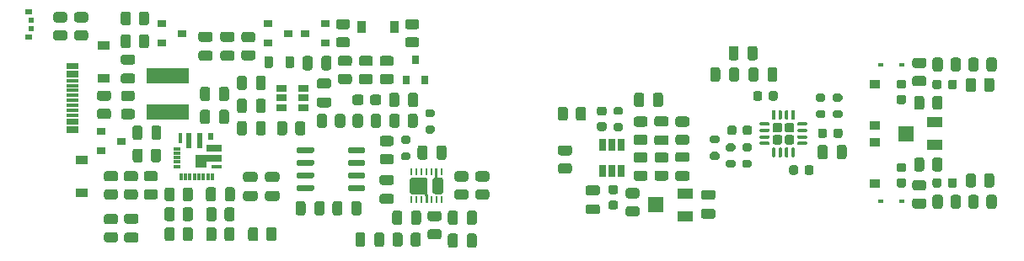
<source format=gbr>
%TF.GenerationSoftware,KiCad,Pcbnew,(5.1.9-16-g1737927814)-1*%
%TF.CreationDate,2021-08-08T16:45:24+02:00*%
%TF.ProjectId,Diffprobe,44696666-7072-46f6-9265-2e6b69636164,rev?*%
%TF.SameCoordinates,Original*%
%TF.FileFunction,Paste,Top*%
%TF.FilePolarity,Positive*%
%FSLAX46Y46*%
G04 Gerber Fmt 4.6, Leading zero omitted, Abs format (unit mm)*
G04 Created by KiCad (PCBNEW (5.1.9-16-g1737927814)-1) date 2021-08-08 16:45:24*
%MOMM*%
%LPD*%
G01*
G04 APERTURE LIST*
%ADD10R,1.600000X1.100000*%
%ADD11R,1.600000X1.600000*%
%ADD12R,0.600000X0.450000*%
%ADD13R,0.800000X0.900000*%
%ADD14R,0.800000X0.500000*%
%ADD15R,0.550000X0.500000*%
%ADD16R,0.900000X0.800000*%
%ADD17R,0.900000X1.200000*%
%ADD18R,1.200000X0.900000*%
%ADD19R,4.200000X1.500000*%
%ADD20C,0.100000*%
%ADD21R,1.500000X0.700000*%
%ADD22R,0.300000X0.800000*%
%ADD23R,0.800000X0.300000*%
%ADD24R,0.400000X1.000000*%
%ADD25R,0.600000X1.500000*%
%ADD26R,0.600000X0.700000*%
%ADD27R,1.000000X0.300000*%
%ADD28R,1.150000X0.300000*%
%ADD29R,1.060000X0.650000*%
%ADD30R,0.250000X0.700000*%
%ADD31R,0.650000X1.220000*%
%ADD32R,1.000000X0.850000*%
G04 APERTURE END LIST*
%TO.C,R14*%
G36*
G01*
X177600000Y-50850001D02*
X177600000Y-49949999D01*
G75*
G02*
X177849999Y-49700000I249999J0D01*
G01*
X178375001Y-49700000D01*
G75*
G02*
X178625000Y-49949999I0J-249999D01*
G01*
X178625000Y-50850001D01*
G75*
G02*
X178375001Y-51100000I-249999J0D01*
G01*
X177849999Y-51100000D01*
G75*
G02*
X177600000Y-50850001I0J249999D01*
G01*
G37*
G36*
G01*
X175775000Y-50850001D02*
X175775000Y-49949999D01*
G75*
G02*
X176024999Y-49700000I249999J0D01*
G01*
X176550001Y-49700000D01*
G75*
G02*
X176800000Y-49949999I0J-249999D01*
G01*
X176800000Y-50850001D01*
G75*
G02*
X176550001Y-51100000I-249999J0D01*
G01*
X176024999Y-51100000D01*
G75*
G02*
X175775000Y-50850001I0J249999D01*
G01*
G37*
%TD*%
%TO.C,R15*%
G36*
G01*
X177600000Y-41250001D02*
X177600000Y-40349999D01*
G75*
G02*
X177849999Y-40100000I249999J0D01*
G01*
X178375001Y-40100000D01*
G75*
G02*
X178625000Y-40349999I0J-249999D01*
G01*
X178625000Y-41250001D01*
G75*
G02*
X178375001Y-41500000I-249999J0D01*
G01*
X177849999Y-41500000D01*
G75*
G02*
X177600000Y-41250001I0J249999D01*
G01*
G37*
G36*
G01*
X175775000Y-41250001D02*
X175775000Y-40349999D01*
G75*
G02*
X176024999Y-40100000I249999J0D01*
G01*
X176550001Y-40100000D01*
G75*
G02*
X176800000Y-40349999I0J-249999D01*
G01*
X176800000Y-41250001D01*
G75*
G02*
X176550001Y-41500000I-249999J0D01*
G01*
X176024999Y-41500000D01*
G75*
G02*
X175775000Y-41250001I0J249999D01*
G01*
G37*
%TD*%
%TO.C,C41*%
G36*
G01*
X115925000Y-42575001D02*
X115925000Y-42024999D01*
G75*
G02*
X116174999Y-41775000I249999J0D01*
G01*
X116800001Y-41775000D01*
G75*
G02*
X117050000Y-42024999I0J-249999D01*
G01*
X117050000Y-42575001D01*
G75*
G02*
X116800001Y-42825000I-249999J0D01*
G01*
X116174999Y-42825000D01*
G75*
G02*
X115925000Y-42575001I0J249999D01*
G01*
G37*
G36*
G01*
X114150000Y-42575001D02*
X114150000Y-42024999D01*
G75*
G02*
X114399999Y-41775000I249999J0D01*
G01*
X115025001Y-41775000D01*
G75*
G02*
X115275000Y-42024999I0J-249999D01*
G01*
X115275000Y-42575001D01*
G75*
G02*
X115025001Y-42825000I-249999J0D01*
G01*
X114399999Y-42825000D01*
G75*
G02*
X114150000Y-42575001I0J249999D01*
G01*
G37*
%TD*%
%TO.C,R54*%
G36*
G01*
X172400000Y-49250002D02*
X172400000Y-48349998D01*
G75*
G02*
X172649998Y-48100000I249998J0D01*
G01*
X173175002Y-48100000D01*
G75*
G02*
X173425000Y-48349998I0J-249998D01*
G01*
X173425000Y-49250002D01*
G75*
G02*
X173175002Y-49500000I-249998J0D01*
G01*
X172649998Y-49500000D01*
G75*
G02*
X172400000Y-49250002I0J249998D01*
G01*
G37*
G36*
G01*
X170575000Y-49250002D02*
X170575000Y-48349998D01*
G75*
G02*
X170824998Y-48100000I249998J0D01*
G01*
X171350002Y-48100000D01*
G75*
G02*
X171600000Y-48349998I0J-249998D01*
G01*
X171600000Y-49250002D01*
G75*
G02*
X171350002Y-49500000I-249998J0D01*
G01*
X170824998Y-49500000D01*
G75*
G02*
X170575000Y-49250002I0J249998D01*
G01*
G37*
%TD*%
D10*
%TO.C,RV2*%
X172650000Y-44550000D03*
X172650000Y-46850000D03*
D11*
X169750000Y-45700000D03*
%TD*%
D12*
%TO.C,D2*%
X169350000Y-38800000D03*
X167250000Y-38800000D03*
%TD*%
%TO.C,D1*%
X169350000Y-52500000D03*
X167250000Y-52500000D03*
%TD*%
%TO.C,R55*%
G36*
G01*
X171600000Y-42149998D02*
X171600000Y-43050002D01*
G75*
G02*
X171350002Y-43300000I-249998J0D01*
G01*
X170824998Y-43300000D01*
G75*
G02*
X170575000Y-43050002I0J249998D01*
G01*
X170575000Y-42149998D01*
G75*
G02*
X170824998Y-41900000I249998J0D01*
G01*
X171350002Y-41900000D01*
G75*
G02*
X171600000Y-42149998I0J-249998D01*
G01*
G37*
G36*
G01*
X173425000Y-42149998D02*
X173425000Y-43050002D01*
G75*
G02*
X173175002Y-43300000I-249998J0D01*
G01*
X172649998Y-43300000D01*
G75*
G02*
X172400000Y-43050002I0J249998D01*
G01*
X172400000Y-42149998D01*
G75*
G02*
X172649998Y-41900000I249998J0D01*
G01*
X173175002Y-41900000D01*
G75*
G02*
X173425000Y-42149998I0J-249998D01*
G01*
G37*
%TD*%
%TO.C,R53*%
G36*
G01*
X177850000Y-39200002D02*
X177850000Y-38299998D01*
G75*
G02*
X178099998Y-38050000I249998J0D01*
G01*
X178625002Y-38050000D01*
G75*
G02*
X178875000Y-38299998I0J-249998D01*
G01*
X178875000Y-39200002D01*
G75*
G02*
X178625002Y-39450000I-249998J0D01*
G01*
X178099998Y-39450000D01*
G75*
G02*
X177850000Y-39200002I0J249998D01*
G01*
G37*
G36*
G01*
X176025000Y-39200002D02*
X176025000Y-38299998D01*
G75*
G02*
X176274998Y-38050000I249998J0D01*
G01*
X176800002Y-38050000D01*
G75*
G02*
X177050000Y-38299998I0J-249998D01*
G01*
X177050000Y-39200002D01*
G75*
G02*
X176800002Y-39450000I-249998J0D01*
G01*
X176274998Y-39450000D01*
G75*
G02*
X176025000Y-39200002I0J249998D01*
G01*
G37*
%TD*%
%TO.C,R52*%
G36*
G01*
X177850000Y-53000002D02*
X177850000Y-52099998D01*
G75*
G02*
X178099998Y-51850000I249998J0D01*
G01*
X178625002Y-51850000D01*
G75*
G02*
X178875000Y-52099998I0J-249998D01*
G01*
X178875000Y-53000002D01*
G75*
G02*
X178625002Y-53250000I-249998J0D01*
G01*
X178099998Y-53250000D01*
G75*
G02*
X177850000Y-53000002I0J249998D01*
G01*
G37*
G36*
G01*
X176025000Y-53000002D02*
X176025000Y-52099998D01*
G75*
G02*
X176274998Y-51850000I249998J0D01*
G01*
X176800002Y-51850000D01*
G75*
G02*
X177050000Y-52099998I0J-249998D01*
G01*
X177050000Y-53000002D01*
G75*
G02*
X176800002Y-53250000I-249998J0D01*
G01*
X176274998Y-53250000D01*
G75*
G02*
X176025000Y-53000002I0J249998D01*
G01*
G37*
%TD*%
%TO.C,C46*%
G36*
G01*
X169550000Y-41175000D02*
X169050000Y-41175000D01*
G75*
G02*
X168825000Y-40950000I0J225000D01*
G01*
X168825000Y-40500000D01*
G75*
G02*
X169050000Y-40275000I225000J0D01*
G01*
X169550000Y-40275000D01*
G75*
G02*
X169775000Y-40500000I0J-225000D01*
G01*
X169775000Y-40950000D01*
G75*
G02*
X169550000Y-41175000I-225000J0D01*
G01*
G37*
G36*
G01*
X169550000Y-42725000D02*
X169050000Y-42725000D01*
G75*
G02*
X168825000Y-42500000I0J225000D01*
G01*
X168825000Y-42050000D01*
G75*
G02*
X169050000Y-41825000I225000J0D01*
G01*
X169550000Y-41825000D01*
G75*
G02*
X169775000Y-42050000I0J-225000D01*
G01*
X169775000Y-42500000D01*
G75*
G02*
X169550000Y-42725000I-225000J0D01*
G01*
G37*
%TD*%
%TO.C,C45*%
G36*
G01*
X169550000Y-49550000D02*
X169050000Y-49550000D01*
G75*
G02*
X168825000Y-49325000I0J225000D01*
G01*
X168825000Y-48875000D01*
G75*
G02*
X169050000Y-48650000I225000J0D01*
G01*
X169550000Y-48650000D01*
G75*
G02*
X169775000Y-48875000I0J-225000D01*
G01*
X169775000Y-49325000D01*
G75*
G02*
X169550000Y-49550000I-225000J0D01*
G01*
G37*
G36*
G01*
X169550000Y-51100000D02*
X169050000Y-51100000D01*
G75*
G02*
X168825000Y-50875000I0J225000D01*
G01*
X168825000Y-50425000D01*
G75*
G02*
X169050000Y-50200000I225000J0D01*
G01*
X169550000Y-50200000D01*
G75*
G02*
X169775000Y-50425000I0J-225000D01*
G01*
X169775000Y-50875000D01*
G75*
G02*
X169550000Y-51100000I-225000J0D01*
G01*
G37*
%TD*%
%TO.C,R39*%
G36*
G01*
X108400000Y-45600002D02*
X108400000Y-44699998D01*
G75*
G02*
X108649998Y-44450000I249998J0D01*
G01*
X109175002Y-44450000D01*
G75*
G02*
X109425000Y-44699998I0J-249998D01*
G01*
X109425000Y-45600002D01*
G75*
G02*
X109175002Y-45850000I-249998J0D01*
G01*
X108649998Y-45850000D01*
G75*
G02*
X108400000Y-45600002I0J249998D01*
G01*
G37*
G36*
G01*
X106575000Y-45600002D02*
X106575000Y-44699998D01*
G75*
G02*
X106824998Y-44450000I249998J0D01*
G01*
X107350002Y-44450000D01*
G75*
G02*
X107600000Y-44699998I0J-249998D01*
G01*
X107600000Y-45600002D01*
G75*
G02*
X107350002Y-45850000I-249998J0D01*
G01*
X106824998Y-45850000D01*
G75*
G02*
X106575000Y-45600002I0J249998D01*
G01*
G37*
%TD*%
%TO.C,C44*%
G36*
G01*
X110350000Y-53675000D02*
X110350000Y-52725000D01*
G75*
G02*
X110600000Y-52475000I250000J0D01*
G01*
X111100000Y-52475000D01*
G75*
G02*
X111350000Y-52725000I0J-250000D01*
G01*
X111350000Y-53675000D01*
G75*
G02*
X111100000Y-53925000I-250000J0D01*
G01*
X110600000Y-53925000D01*
G75*
G02*
X110350000Y-53675000I0J250000D01*
G01*
G37*
G36*
G01*
X108450000Y-53675000D02*
X108450000Y-52725000D01*
G75*
G02*
X108700000Y-52475000I250000J0D01*
G01*
X109200000Y-52475000D01*
G75*
G02*
X109450000Y-52725000I0J-250000D01*
G01*
X109450000Y-53675000D01*
G75*
G02*
X109200000Y-53925000I-250000J0D01*
G01*
X108700000Y-53925000D01*
G75*
G02*
X108450000Y-53675000I0J250000D01*
G01*
G37*
%TD*%
%TO.C,U6*%
G36*
G01*
X110300000Y-51005000D02*
X110300000Y-51305000D01*
G75*
G02*
X110150000Y-51455000I-150000J0D01*
G01*
X108700000Y-51455000D01*
G75*
G02*
X108550000Y-51305000I0J150000D01*
G01*
X108550000Y-51005000D01*
G75*
G02*
X108700000Y-50855000I150000J0D01*
G01*
X110150000Y-50855000D01*
G75*
G02*
X110300000Y-51005000I0J-150000D01*
G01*
G37*
G36*
G01*
X110300000Y-49735000D02*
X110300000Y-50035000D01*
G75*
G02*
X110150000Y-50185000I-150000J0D01*
G01*
X108700000Y-50185000D01*
G75*
G02*
X108550000Y-50035000I0J150000D01*
G01*
X108550000Y-49735000D01*
G75*
G02*
X108700000Y-49585000I150000J0D01*
G01*
X110150000Y-49585000D01*
G75*
G02*
X110300000Y-49735000I0J-150000D01*
G01*
G37*
G36*
G01*
X110300000Y-48465000D02*
X110300000Y-48765000D01*
G75*
G02*
X110150000Y-48915000I-150000J0D01*
G01*
X108700000Y-48915000D01*
G75*
G02*
X108550000Y-48765000I0J150000D01*
G01*
X108550000Y-48465000D01*
G75*
G02*
X108700000Y-48315000I150000J0D01*
G01*
X110150000Y-48315000D01*
G75*
G02*
X110300000Y-48465000I0J-150000D01*
G01*
G37*
G36*
G01*
X110300000Y-47195000D02*
X110300000Y-47495000D01*
G75*
G02*
X110150000Y-47645000I-150000J0D01*
G01*
X108700000Y-47645000D01*
G75*
G02*
X108550000Y-47495000I0J150000D01*
G01*
X108550000Y-47195000D01*
G75*
G02*
X108700000Y-47045000I150000J0D01*
G01*
X110150000Y-47045000D01*
G75*
G02*
X110300000Y-47195000I0J-150000D01*
G01*
G37*
G36*
G01*
X115450000Y-47195000D02*
X115450000Y-47495000D01*
G75*
G02*
X115300000Y-47645000I-150000J0D01*
G01*
X113850000Y-47645000D01*
G75*
G02*
X113700000Y-47495000I0J150000D01*
G01*
X113700000Y-47195000D01*
G75*
G02*
X113850000Y-47045000I150000J0D01*
G01*
X115300000Y-47045000D01*
G75*
G02*
X115450000Y-47195000I0J-150000D01*
G01*
G37*
G36*
G01*
X115450000Y-48465000D02*
X115450000Y-48765000D01*
G75*
G02*
X115300000Y-48915000I-150000J0D01*
G01*
X113850000Y-48915000D01*
G75*
G02*
X113700000Y-48765000I0J150000D01*
G01*
X113700000Y-48465000D01*
G75*
G02*
X113850000Y-48315000I150000J0D01*
G01*
X115300000Y-48315000D01*
G75*
G02*
X115450000Y-48465000I0J-150000D01*
G01*
G37*
G36*
G01*
X115450000Y-49735000D02*
X115450000Y-50035000D01*
G75*
G02*
X115300000Y-50185000I-150000J0D01*
G01*
X113850000Y-50185000D01*
G75*
G02*
X113700000Y-50035000I0J150000D01*
G01*
X113700000Y-49735000D01*
G75*
G02*
X113850000Y-49585000I150000J0D01*
G01*
X115300000Y-49585000D01*
G75*
G02*
X115450000Y-49735000I0J-150000D01*
G01*
G37*
G36*
G01*
X115450000Y-51005000D02*
X115450000Y-51305000D01*
G75*
G02*
X115300000Y-51455000I-150000J0D01*
G01*
X113850000Y-51455000D01*
G75*
G02*
X113700000Y-51305000I0J150000D01*
G01*
X113700000Y-51005000D01*
G75*
G02*
X113850000Y-50855000I150000J0D01*
G01*
X115300000Y-50855000D01*
G75*
G02*
X115450000Y-51005000I0J-150000D01*
G01*
G37*
%TD*%
%TO.C,R51*%
G36*
G01*
X119699998Y-36000000D02*
X120600002Y-36000000D01*
G75*
G02*
X120850000Y-36249998I0J-249998D01*
G01*
X120850000Y-36775002D01*
G75*
G02*
X120600002Y-37025000I-249998J0D01*
G01*
X119699998Y-37025000D01*
G75*
G02*
X119450000Y-36775002I0J249998D01*
G01*
X119450000Y-36249998D01*
G75*
G02*
X119699998Y-36000000I249998J0D01*
G01*
G37*
G36*
G01*
X119699998Y-34175000D02*
X120600002Y-34175000D01*
G75*
G02*
X120850000Y-34424998I0J-249998D01*
G01*
X120850000Y-34950002D01*
G75*
G02*
X120600002Y-35200000I-249998J0D01*
G01*
X119699998Y-35200000D01*
G75*
G02*
X119450000Y-34950002I0J249998D01*
G01*
X119450000Y-34424998D01*
G75*
G02*
X119699998Y-34175000I249998J0D01*
G01*
G37*
%TD*%
%TO.C,R50*%
G36*
G01*
X116000000Y-44850002D02*
X116000000Y-43949998D01*
G75*
G02*
X116249998Y-43700000I249998J0D01*
G01*
X116775002Y-43700000D01*
G75*
G02*
X117025000Y-43949998I0J-249998D01*
G01*
X117025000Y-44850002D01*
G75*
G02*
X116775002Y-45100000I-249998J0D01*
G01*
X116249998Y-45100000D01*
G75*
G02*
X116000000Y-44850002I0J249998D01*
G01*
G37*
G36*
G01*
X114175000Y-44850002D02*
X114175000Y-43949998D01*
G75*
G02*
X114424998Y-43700000I249998J0D01*
G01*
X114950002Y-43700000D01*
G75*
G02*
X115200000Y-43949998I0J-249998D01*
G01*
X115200000Y-44850002D01*
G75*
G02*
X114950002Y-45100000I-249998J0D01*
G01*
X114424998Y-45100000D01*
G75*
G02*
X114175000Y-44850002I0J249998D01*
G01*
G37*
%TD*%
%TO.C,R49*%
G36*
G01*
X115049998Y-39700000D02*
X115950002Y-39700000D01*
G75*
G02*
X116200000Y-39949998I0J-249998D01*
G01*
X116200000Y-40475002D01*
G75*
G02*
X115950002Y-40725000I-249998J0D01*
G01*
X115049998Y-40725000D01*
G75*
G02*
X114800000Y-40475002I0J249998D01*
G01*
X114800000Y-39949998D01*
G75*
G02*
X115049998Y-39700000I249998J0D01*
G01*
G37*
G36*
G01*
X115049998Y-37875000D02*
X115950002Y-37875000D01*
G75*
G02*
X116200000Y-38124998I0J-249998D01*
G01*
X116200000Y-38650002D01*
G75*
G02*
X115950002Y-38900000I-249998J0D01*
G01*
X115049998Y-38900000D01*
G75*
G02*
X114800000Y-38650002I0J249998D01*
G01*
X114800000Y-38124998D01*
G75*
G02*
X115049998Y-37875000I249998J0D01*
G01*
G37*
%TD*%
%TO.C,R48*%
G36*
G01*
X117149998Y-37875000D02*
X118050002Y-37875000D01*
G75*
G02*
X118300000Y-38124998I0J-249998D01*
G01*
X118300000Y-38650002D01*
G75*
G02*
X118050002Y-38900000I-249998J0D01*
G01*
X117149998Y-38900000D01*
G75*
G02*
X116900000Y-38650002I0J249998D01*
G01*
X116900000Y-38124998D01*
G75*
G02*
X117149998Y-37875000I249998J0D01*
G01*
G37*
G36*
G01*
X117149998Y-39700000D02*
X118050002Y-39700000D01*
G75*
G02*
X118300000Y-39949998I0J-249998D01*
G01*
X118300000Y-40475002D01*
G75*
G02*
X118050002Y-40725000I-249998J0D01*
G01*
X117149998Y-40725000D01*
G75*
G02*
X116900000Y-40475002I0J249998D01*
G01*
X116900000Y-39949998D01*
G75*
G02*
X117149998Y-39700000I249998J0D01*
G01*
G37*
%TD*%
%TO.C,R47*%
G36*
G01*
X113850002Y-40712500D02*
X112949998Y-40712500D01*
G75*
G02*
X112700000Y-40462502I0J249998D01*
G01*
X112700000Y-39937498D01*
G75*
G02*
X112949998Y-39687500I249998J0D01*
G01*
X113850002Y-39687500D01*
G75*
G02*
X114100000Y-39937498I0J-249998D01*
G01*
X114100000Y-40462502D01*
G75*
G02*
X113850002Y-40712500I-249998J0D01*
G01*
G37*
G36*
G01*
X113850002Y-38887500D02*
X112949998Y-38887500D01*
G75*
G02*
X112700000Y-38637502I0J249998D01*
G01*
X112700000Y-38112498D01*
G75*
G02*
X112949998Y-37862500I249998J0D01*
G01*
X113850002Y-37862500D01*
G75*
G02*
X114100000Y-38112498I0J-249998D01*
G01*
X114100000Y-38637502D01*
G75*
G02*
X113850002Y-38887500I-249998J0D01*
G01*
G37*
%TD*%
%TO.C,R46*%
G36*
G01*
X113425000Y-43949998D02*
X113425000Y-44850002D01*
G75*
G02*
X113175002Y-45100000I-249998J0D01*
G01*
X112649998Y-45100000D01*
G75*
G02*
X112400000Y-44850002I0J249998D01*
G01*
X112400000Y-43949998D01*
G75*
G02*
X112649998Y-43700000I249998J0D01*
G01*
X113175002Y-43700000D01*
G75*
G02*
X113425000Y-43949998I0J-249998D01*
G01*
G37*
G36*
G01*
X111600000Y-43949998D02*
X111600000Y-44850002D01*
G75*
G02*
X111350002Y-45100000I-249998J0D01*
G01*
X110824998Y-45100000D01*
G75*
G02*
X110575000Y-44850002I0J249998D01*
G01*
X110575000Y-43949998D01*
G75*
G02*
X110824998Y-43700000I249998J0D01*
G01*
X111350002Y-43700000D01*
G75*
G02*
X111600000Y-43949998I0J-249998D01*
G01*
G37*
%TD*%
%TO.C,R45*%
G36*
G01*
X119700000Y-44850002D02*
X119700000Y-43949998D01*
G75*
G02*
X119949998Y-43700000I249998J0D01*
G01*
X120475002Y-43700000D01*
G75*
G02*
X120725000Y-43949998I0J-249998D01*
G01*
X120725000Y-44850002D01*
G75*
G02*
X120475002Y-45100000I-249998J0D01*
G01*
X119949998Y-45100000D01*
G75*
G02*
X119700000Y-44850002I0J249998D01*
G01*
G37*
G36*
G01*
X117875000Y-44850002D02*
X117875000Y-43949998D01*
G75*
G02*
X118124998Y-43700000I249998J0D01*
G01*
X118650002Y-43700000D01*
G75*
G02*
X118900000Y-43949998I0J-249998D01*
G01*
X118900000Y-44850002D01*
G75*
G02*
X118650002Y-45100000I-249998J0D01*
G01*
X118124998Y-45100000D01*
G75*
G02*
X117875000Y-44850002I0J249998D01*
G01*
G37*
%TD*%
%TO.C,R44*%
G36*
G01*
X118050002Y-46950000D02*
X117149998Y-46950000D01*
G75*
G02*
X116900000Y-46700002I0J249998D01*
G01*
X116900000Y-46174998D01*
G75*
G02*
X117149998Y-45925000I249998J0D01*
G01*
X118050002Y-45925000D01*
G75*
G02*
X118300000Y-46174998I0J-249998D01*
G01*
X118300000Y-46700002D01*
G75*
G02*
X118050002Y-46950000I-249998J0D01*
G01*
G37*
G36*
G01*
X118050002Y-48775000D02*
X117149998Y-48775000D01*
G75*
G02*
X116900000Y-48525002I0J249998D01*
G01*
X116900000Y-47999998D01*
G75*
G02*
X117149998Y-47750000I249998J0D01*
G01*
X118050002Y-47750000D01*
G75*
G02*
X118300000Y-47999998I0J-249998D01*
G01*
X118300000Y-48525002D01*
G75*
G02*
X118050002Y-48775000I-249998J0D01*
G01*
G37*
%TD*%
%TO.C,R23*%
G36*
G01*
X92700000Y-34550002D02*
X92700000Y-33649998D01*
G75*
G02*
X92949998Y-33400000I249998J0D01*
G01*
X93475002Y-33400000D01*
G75*
G02*
X93725000Y-33649998I0J-249998D01*
G01*
X93725000Y-34550002D01*
G75*
G02*
X93475002Y-34800000I-249998J0D01*
G01*
X92949998Y-34800000D01*
G75*
G02*
X92700000Y-34550002I0J249998D01*
G01*
G37*
G36*
G01*
X90875000Y-34550002D02*
X90875000Y-33649998D01*
G75*
G02*
X91124998Y-33400000I249998J0D01*
G01*
X91650002Y-33400000D01*
G75*
G02*
X91900000Y-33649998I0J-249998D01*
G01*
X91900000Y-34550002D01*
G75*
G02*
X91650002Y-34800000I-249998J0D01*
G01*
X91124998Y-34800000D01*
G75*
G02*
X90875000Y-34550002I0J249998D01*
G01*
G37*
%TD*%
D13*
%TO.C,Q5*%
X120500000Y-38300000D03*
X121450000Y-40300000D03*
X119550000Y-40300000D03*
%TD*%
%TO.C,C43*%
G36*
G01*
X113150000Y-52725000D02*
X113150000Y-53675000D01*
G75*
G02*
X112900000Y-53925000I-250000J0D01*
G01*
X112400000Y-53925000D01*
G75*
G02*
X112150000Y-53675000I0J250000D01*
G01*
X112150000Y-52725000D01*
G75*
G02*
X112400000Y-52475000I250000J0D01*
G01*
X112900000Y-52475000D01*
G75*
G02*
X113150000Y-52725000I0J-250000D01*
G01*
G37*
G36*
G01*
X115050000Y-52725000D02*
X115050000Y-53675000D01*
G75*
G02*
X114800000Y-53925000I-250000J0D01*
G01*
X114300000Y-53925000D01*
G75*
G02*
X114050000Y-53675000I0J250000D01*
G01*
X114050000Y-52725000D01*
G75*
G02*
X114300000Y-52475000I250000J0D01*
G01*
X114800000Y-52475000D01*
G75*
G02*
X115050000Y-52725000I0J-250000D01*
G01*
G37*
%TD*%
%TO.C,C42*%
G36*
G01*
X119750000Y-42775000D02*
X119750000Y-41825000D01*
G75*
G02*
X120000000Y-41575000I250000J0D01*
G01*
X120500000Y-41575000D01*
G75*
G02*
X120750000Y-41825000I0J-250000D01*
G01*
X120750000Y-42775000D01*
G75*
G02*
X120500000Y-43025000I-250000J0D01*
G01*
X120000000Y-43025000D01*
G75*
G02*
X119750000Y-42775000I0J250000D01*
G01*
G37*
G36*
G01*
X117850000Y-42775000D02*
X117850000Y-41825000D01*
G75*
G02*
X118100000Y-41575000I250000J0D01*
G01*
X118600000Y-41575000D01*
G75*
G02*
X118850000Y-41825000I0J-250000D01*
G01*
X118850000Y-42775000D01*
G75*
G02*
X118600000Y-43025000I-250000J0D01*
G01*
X118100000Y-43025000D01*
G75*
G02*
X117850000Y-42775000I0J250000D01*
G01*
G37*
%TD*%
%TO.C,R30*%
G36*
G01*
X101300000Y-54250002D02*
X101300000Y-53349998D01*
G75*
G02*
X101549998Y-53100000I249998J0D01*
G01*
X102075002Y-53100000D01*
G75*
G02*
X102325000Y-53349998I0J-249998D01*
G01*
X102325000Y-54250002D01*
G75*
G02*
X102075002Y-54500000I-249998J0D01*
G01*
X101549998Y-54500000D01*
G75*
G02*
X101300000Y-54250002I0J249998D01*
G01*
G37*
G36*
G01*
X99475000Y-54250002D02*
X99475000Y-53349998D01*
G75*
G02*
X99724998Y-53100000I249998J0D01*
G01*
X100250002Y-53100000D01*
G75*
G02*
X100500000Y-53349998I0J-249998D01*
G01*
X100500000Y-54250002D01*
G75*
G02*
X100250002Y-54500000I-249998J0D01*
G01*
X99724998Y-54500000D01*
G75*
G02*
X99475000Y-54250002I0J249998D01*
G01*
G37*
%TD*%
%TO.C,R22*%
G36*
G01*
X84349998Y-35300000D02*
X85250002Y-35300000D01*
G75*
G02*
X85500000Y-35549998I0J-249998D01*
G01*
X85500000Y-36075002D01*
G75*
G02*
X85250002Y-36325000I-249998J0D01*
G01*
X84349998Y-36325000D01*
G75*
G02*
X84100000Y-36075002I0J249998D01*
G01*
X84100000Y-35549998D01*
G75*
G02*
X84349998Y-35300000I249998J0D01*
G01*
G37*
G36*
G01*
X84349998Y-33475000D02*
X85250002Y-33475000D01*
G75*
G02*
X85500000Y-33724998I0J-249998D01*
G01*
X85500000Y-34250002D01*
G75*
G02*
X85250002Y-34500000I-249998J0D01*
G01*
X84349998Y-34500000D01*
G75*
G02*
X84100000Y-34250002I0J249998D01*
G01*
X84100000Y-33724998D01*
G75*
G02*
X84349998Y-33475000I249998J0D01*
G01*
G37*
%TD*%
D14*
%TO.C,D3*%
X81600000Y-36000000D03*
D15*
X81875000Y-35100000D03*
X81875000Y-34300000D03*
D14*
X81600000Y-33400000D03*
%TD*%
D16*
%TO.C,Q2*%
X109400000Y-35600000D03*
X111400000Y-34650000D03*
X111400000Y-36550000D03*
%TD*%
%TO.C,R43*%
G36*
G01*
X93900000Y-48350002D02*
X93900000Y-47449998D01*
G75*
G02*
X94149998Y-47200000I249998J0D01*
G01*
X94675002Y-47200000D01*
G75*
G02*
X94925000Y-47449998I0J-249998D01*
G01*
X94925000Y-48350002D01*
G75*
G02*
X94675002Y-48600000I-249998J0D01*
G01*
X94149998Y-48600000D01*
G75*
G02*
X93900000Y-48350002I0J249998D01*
G01*
G37*
G36*
G01*
X92075000Y-48350002D02*
X92075000Y-47449998D01*
G75*
G02*
X92324998Y-47200000I249998J0D01*
G01*
X92850002Y-47200000D01*
G75*
G02*
X93100000Y-47449998I0J-249998D01*
G01*
X93100000Y-48350002D01*
G75*
G02*
X92850002Y-48600000I-249998J0D01*
G01*
X92324998Y-48600000D01*
G75*
G02*
X92075000Y-48350002I0J249998D01*
G01*
G37*
%TD*%
%TO.C,R42*%
G36*
G01*
X89650002Y-42387500D02*
X88749998Y-42387500D01*
G75*
G02*
X88500000Y-42137502I0J249998D01*
G01*
X88500000Y-41612498D01*
G75*
G02*
X88749998Y-41362500I249998J0D01*
G01*
X89650002Y-41362500D01*
G75*
G02*
X89900000Y-41612498I0J-249998D01*
G01*
X89900000Y-42137502D01*
G75*
G02*
X89650002Y-42387500I-249998J0D01*
G01*
G37*
G36*
G01*
X89650002Y-44212500D02*
X88749998Y-44212500D01*
G75*
G02*
X88500000Y-43962502I0J249998D01*
G01*
X88500000Y-43437498D01*
G75*
G02*
X88749998Y-43187500I249998J0D01*
G01*
X89650002Y-43187500D01*
G75*
G02*
X89900000Y-43437498I0J-249998D01*
G01*
X89900000Y-43962502D01*
G75*
G02*
X89650002Y-44212500I-249998J0D01*
G01*
G37*
%TD*%
%TO.C,R41*%
G36*
G01*
X112749998Y-36000000D02*
X113650002Y-36000000D01*
G75*
G02*
X113900000Y-36249998I0J-249998D01*
G01*
X113900000Y-36775002D01*
G75*
G02*
X113650002Y-37025000I-249998J0D01*
G01*
X112749998Y-37025000D01*
G75*
G02*
X112500000Y-36775002I0J249998D01*
G01*
X112500000Y-36249998D01*
G75*
G02*
X112749998Y-36000000I249998J0D01*
G01*
G37*
G36*
G01*
X112749998Y-34175000D02*
X113650002Y-34175000D01*
G75*
G02*
X113900000Y-34424998I0J-249998D01*
G01*
X113900000Y-34950002D01*
G75*
G02*
X113650002Y-35200000I-249998J0D01*
G01*
X112749998Y-35200000D01*
G75*
G02*
X112500000Y-34950002I0J249998D01*
G01*
X112500000Y-34424998D01*
G75*
G02*
X112749998Y-34175000I249998J0D01*
G01*
G37*
%TD*%
%TO.C,R17*%
G36*
G01*
X103249998Y-37300000D02*
X104150002Y-37300000D01*
G75*
G02*
X104400000Y-37549998I0J-249998D01*
G01*
X104400000Y-38075002D01*
G75*
G02*
X104150002Y-38325000I-249998J0D01*
G01*
X103249998Y-38325000D01*
G75*
G02*
X103000000Y-38075002I0J249998D01*
G01*
X103000000Y-37549998D01*
G75*
G02*
X103249998Y-37300000I249998J0D01*
G01*
G37*
G36*
G01*
X103249998Y-35475000D02*
X104150002Y-35475000D01*
G75*
G02*
X104400000Y-35724998I0J-249998D01*
G01*
X104400000Y-36250002D01*
G75*
G02*
X104150002Y-36500000I-249998J0D01*
G01*
X103249998Y-36500000D01*
G75*
G02*
X103000000Y-36250002I0J249998D01*
G01*
X103000000Y-35724998D01*
G75*
G02*
X103249998Y-35475000I249998J0D01*
G01*
G37*
%TD*%
%TO.C,R16*%
G36*
G01*
X91900000Y-35949998D02*
X91900000Y-36850002D01*
G75*
G02*
X91650002Y-37100000I-249998J0D01*
G01*
X91124998Y-37100000D01*
G75*
G02*
X90875000Y-36850002I0J249998D01*
G01*
X90875000Y-35949998D01*
G75*
G02*
X91124998Y-35700000I249998J0D01*
G01*
X91650002Y-35700000D01*
G75*
G02*
X91900000Y-35949998I0J-249998D01*
G01*
G37*
G36*
G01*
X93725000Y-35949998D02*
X93725000Y-36850002D01*
G75*
G02*
X93475002Y-37100000I-249998J0D01*
G01*
X92949998Y-37100000D01*
G75*
G02*
X92700000Y-36850002I0J249998D01*
G01*
X92700000Y-35949998D01*
G75*
G02*
X92949998Y-35700000I249998J0D01*
G01*
X93475002Y-35700000D01*
G75*
G02*
X93725000Y-35949998I0J-249998D01*
G01*
G37*
%TD*%
%TO.C,Q4*%
X90950000Y-46450000D03*
X88950000Y-47400000D03*
X88950000Y-45500000D03*
%TD*%
%TO.C,Q3*%
X107700000Y-35600000D03*
X105700000Y-36550000D03*
X105700000Y-34650000D03*
%TD*%
%TO.C,Q1*%
X97000000Y-35600000D03*
X95000000Y-36550000D03*
X95000000Y-34650000D03*
%TD*%
D17*
%TO.C,D6*%
X118350000Y-35000000D03*
X115050000Y-35000000D03*
%TD*%
D18*
%TO.C,D5*%
X89200000Y-36850000D03*
X89200000Y-40150000D03*
%TD*%
%TO.C,D4*%
X87000000Y-51650000D03*
X87000000Y-48350000D03*
%TD*%
%TO.C,C40*%
G36*
G01*
X153850000Y-38075000D02*
X153850000Y-37125000D01*
G75*
G02*
X154100000Y-36875000I250000J0D01*
G01*
X154600000Y-36875000D01*
G75*
G02*
X154850000Y-37125000I0J-250000D01*
G01*
X154850000Y-38075000D01*
G75*
G02*
X154600000Y-38325000I-250000J0D01*
G01*
X154100000Y-38325000D01*
G75*
G02*
X153850000Y-38075000I0J250000D01*
G01*
G37*
G36*
G01*
X151950000Y-38075000D02*
X151950000Y-37125000D01*
G75*
G02*
X152200000Y-36875000I250000J0D01*
G01*
X152700000Y-36875000D01*
G75*
G02*
X152950000Y-37125000I0J-250000D01*
G01*
X152950000Y-38075000D01*
G75*
G02*
X152700000Y-38325000I-250000J0D01*
G01*
X152200000Y-38325000D01*
G75*
G02*
X151950000Y-38075000I0J250000D01*
G01*
G37*
%TD*%
%TO.C,C39*%
G36*
G01*
X150375000Y-52350000D02*
X149425000Y-52350000D01*
G75*
G02*
X149175000Y-52100000I0J250000D01*
G01*
X149175000Y-51600000D01*
G75*
G02*
X149425000Y-51350000I250000J0D01*
G01*
X150375000Y-51350000D01*
G75*
G02*
X150625000Y-51600000I0J-250000D01*
G01*
X150625000Y-52100000D01*
G75*
G02*
X150375000Y-52350000I-250000J0D01*
G01*
G37*
G36*
G01*
X150375000Y-54250000D02*
X149425000Y-54250000D01*
G75*
G02*
X149175000Y-54000000I0J250000D01*
G01*
X149175000Y-53500000D01*
G75*
G02*
X149425000Y-53250000I250000J0D01*
G01*
X150375000Y-53250000D01*
G75*
G02*
X150625000Y-53500000I0J-250000D01*
G01*
X150625000Y-54000000D01*
G75*
G02*
X150375000Y-54250000I-250000J0D01*
G01*
G37*
%TD*%
%TO.C,C38*%
G36*
G01*
X162625000Y-43325000D02*
X163175000Y-43325000D01*
G75*
G02*
X163375000Y-43525000I0J-200000D01*
G01*
X163375000Y-43925000D01*
G75*
G02*
X163175000Y-44125000I-200000J0D01*
G01*
X162625000Y-44125000D01*
G75*
G02*
X162425000Y-43925000I0J200000D01*
G01*
X162425000Y-43525000D01*
G75*
G02*
X162625000Y-43325000I200000J0D01*
G01*
G37*
G36*
G01*
X162625000Y-41675000D02*
X163175000Y-41675000D01*
G75*
G02*
X163375000Y-41875000I0J-200000D01*
G01*
X163375000Y-42275000D01*
G75*
G02*
X163175000Y-42475000I-200000J0D01*
G01*
X162625000Y-42475000D01*
G75*
G02*
X162425000Y-42275000I0J200000D01*
G01*
X162425000Y-41875000D01*
G75*
G02*
X162625000Y-41675000I200000J0D01*
G01*
G37*
%TD*%
%TO.C,C37*%
G36*
G01*
X151875000Y-48325000D02*
X152425000Y-48325000D01*
G75*
G02*
X152625000Y-48525000I0J-200000D01*
G01*
X152625000Y-48925000D01*
G75*
G02*
X152425000Y-49125000I-200000J0D01*
G01*
X151875000Y-49125000D01*
G75*
G02*
X151675000Y-48925000I0J200000D01*
G01*
X151675000Y-48525000D01*
G75*
G02*
X151875000Y-48325000I200000J0D01*
G01*
G37*
G36*
G01*
X151875000Y-46675000D02*
X152425000Y-46675000D01*
G75*
G02*
X152625000Y-46875000I0J-200000D01*
G01*
X152625000Y-47275000D01*
G75*
G02*
X152425000Y-47475000I-200000J0D01*
G01*
X151875000Y-47475000D01*
G75*
G02*
X151675000Y-47275000I0J200000D01*
G01*
X151675000Y-46875000D01*
G75*
G02*
X151875000Y-46675000I200000J0D01*
G01*
G37*
%TD*%
%TO.C,R3*%
G36*
G01*
X160925000Y-43325000D02*
X161475000Y-43325000D01*
G75*
G02*
X161675000Y-43525000I0J-200000D01*
G01*
X161675000Y-43925000D01*
G75*
G02*
X161475000Y-44125000I-200000J0D01*
G01*
X160925000Y-44125000D01*
G75*
G02*
X160725000Y-43925000I0J200000D01*
G01*
X160725000Y-43525000D01*
G75*
G02*
X160925000Y-43325000I200000J0D01*
G01*
G37*
G36*
G01*
X160925000Y-41675000D02*
X161475000Y-41675000D01*
G75*
G02*
X161675000Y-41875000I0J-200000D01*
G01*
X161675000Y-42275000D01*
G75*
G02*
X161475000Y-42475000I-200000J0D01*
G01*
X160925000Y-42475000D01*
G75*
G02*
X160725000Y-42275000I0J200000D01*
G01*
X160725000Y-41875000D01*
G75*
G02*
X160925000Y-41675000I200000J0D01*
G01*
G37*
%TD*%
%TO.C,R2*%
G36*
G01*
X150825000Y-46675000D02*
X150275000Y-46675000D01*
G75*
G02*
X150075000Y-46475000I0J200000D01*
G01*
X150075000Y-46075000D01*
G75*
G02*
X150275000Y-45875000I200000J0D01*
G01*
X150825000Y-45875000D01*
G75*
G02*
X151025000Y-46075000I0J-200000D01*
G01*
X151025000Y-46475000D01*
G75*
G02*
X150825000Y-46675000I-200000J0D01*
G01*
G37*
G36*
G01*
X150825000Y-48325000D02*
X150275000Y-48325000D01*
G75*
G02*
X150075000Y-48125000I0J200000D01*
G01*
X150075000Y-47725000D01*
G75*
G02*
X150275000Y-47525000I200000J0D01*
G01*
X150825000Y-47525000D01*
G75*
G02*
X151025000Y-47725000I0J-200000D01*
G01*
X151025000Y-48125000D01*
G75*
G02*
X150825000Y-48325000I-200000J0D01*
G01*
G37*
%TD*%
%TO.C,R1*%
G36*
G01*
X153525000Y-48325000D02*
X154075000Y-48325000D01*
G75*
G02*
X154275000Y-48525000I0J-200000D01*
G01*
X154275000Y-48925000D01*
G75*
G02*
X154075000Y-49125000I-200000J0D01*
G01*
X153525000Y-49125000D01*
G75*
G02*
X153325000Y-48925000I0J200000D01*
G01*
X153325000Y-48525000D01*
G75*
G02*
X153525000Y-48325000I200000J0D01*
G01*
G37*
G36*
G01*
X153525000Y-46675000D02*
X154075000Y-46675000D01*
G75*
G02*
X154275000Y-46875000I0J-200000D01*
G01*
X154275000Y-47275000D01*
G75*
G02*
X154075000Y-47475000I-200000J0D01*
G01*
X153525000Y-47475000D01*
G75*
G02*
X153325000Y-47275000I0J200000D01*
G01*
X153325000Y-46875000D01*
G75*
G02*
X153525000Y-46675000I200000J0D01*
G01*
G37*
%TD*%
D10*
%TO.C,RV1*%
X147550000Y-51700000D03*
X147550000Y-54000000D03*
D11*
X144650000Y-52850000D03*
%TD*%
%TO.C,C36*%
G36*
G01*
X109150000Y-39075000D02*
X109150000Y-38125000D01*
G75*
G02*
X109400000Y-37875000I250000J0D01*
G01*
X109900000Y-37875000D01*
G75*
G02*
X110150000Y-38125000I0J-250000D01*
G01*
X110150000Y-39075000D01*
G75*
G02*
X109900000Y-39325000I-250000J0D01*
G01*
X109400000Y-39325000D01*
G75*
G02*
X109150000Y-39075000I0J250000D01*
G01*
G37*
G36*
G01*
X111050000Y-39075000D02*
X111050000Y-38125000D01*
G75*
G02*
X111300000Y-37875000I250000J0D01*
G01*
X111800000Y-37875000D01*
G75*
G02*
X112050000Y-38125000I0J-250000D01*
G01*
X112050000Y-39075000D01*
G75*
G02*
X111800000Y-39325000I-250000J0D01*
G01*
X111300000Y-39325000D01*
G75*
G02*
X111050000Y-39075000I0J250000D01*
G01*
G37*
%TD*%
%TO.C,C35*%
G36*
G01*
X116350000Y-56825000D02*
X116350000Y-55875000D01*
G75*
G02*
X116600000Y-55625000I250000J0D01*
G01*
X117100000Y-55625000D01*
G75*
G02*
X117350000Y-55875000I0J-250000D01*
G01*
X117350000Y-56825000D01*
G75*
G02*
X117100000Y-57075000I-250000J0D01*
G01*
X116600000Y-57075000D01*
G75*
G02*
X116350000Y-56825000I0J250000D01*
G01*
G37*
G36*
G01*
X114450000Y-56825000D02*
X114450000Y-55875000D01*
G75*
G02*
X114700000Y-55625000I250000J0D01*
G01*
X115200000Y-55625000D01*
G75*
G02*
X115450000Y-55875000I0J-250000D01*
G01*
X115450000Y-56825000D01*
G75*
G02*
X115200000Y-57075000I-250000J0D01*
G01*
X114700000Y-57075000D01*
G75*
G02*
X114450000Y-56825000I0J250000D01*
G01*
G37*
%TD*%
%TO.C,C22*%
G36*
G01*
X158925000Y-49100000D02*
X158925000Y-49600000D01*
G75*
G02*
X158700000Y-49825000I-225000J0D01*
G01*
X158250000Y-49825000D01*
G75*
G02*
X158025000Y-49600000I0J225000D01*
G01*
X158025000Y-49100000D01*
G75*
G02*
X158250000Y-48875000I225000J0D01*
G01*
X158700000Y-48875000D01*
G75*
G02*
X158925000Y-49100000I0J-225000D01*
G01*
G37*
G36*
G01*
X160475000Y-49100000D02*
X160475000Y-49600000D01*
G75*
G02*
X160250000Y-49825000I-225000J0D01*
G01*
X159800000Y-49825000D01*
G75*
G02*
X159575000Y-49600000I0J225000D01*
G01*
X159575000Y-49100000D01*
G75*
G02*
X159800000Y-48875000I225000J0D01*
G01*
X160250000Y-48875000D01*
G75*
G02*
X160475000Y-49100000I0J-225000D01*
G01*
G37*
%TD*%
%TO.C,C7*%
G36*
G01*
X162475000Y-45900000D02*
X162475000Y-45400000D01*
G75*
G02*
X162700000Y-45175000I225000J0D01*
G01*
X163150000Y-45175000D01*
G75*
G02*
X163375000Y-45400000I0J-225000D01*
G01*
X163375000Y-45900000D01*
G75*
G02*
X163150000Y-46125000I-225000J0D01*
G01*
X162700000Y-46125000D01*
G75*
G02*
X162475000Y-45900000I0J225000D01*
G01*
G37*
G36*
G01*
X160925000Y-45900000D02*
X160925000Y-45400000D01*
G75*
G02*
X161150000Y-45175000I225000J0D01*
G01*
X161600000Y-45175000D01*
G75*
G02*
X161825000Y-45400000I0J-225000D01*
G01*
X161825000Y-45900000D01*
G75*
G02*
X161600000Y-46125000I-225000J0D01*
G01*
X161150000Y-46125000D01*
G75*
G02*
X160925000Y-45900000I0J225000D01*
G01*
G37*
%TD*%
%TO.C,C2*%
G36*
G01*
X155975000Y-42150000D02*
X155975000Y-41650000D01*
G75*
G02*
X156200000Y-41425000I225000J0D01*
G01*
X156650000Y-41425000D01*
G75*
G02*
X156875000Y-41650000I0J-225000D01*
G01*
X156875000Y-42150000D01*
G75*
G02*
X156650000Y-42375000I-225000J0D01*
G01*
X156200000Y-42375000D01*
G75*
G02*
X155975000Y-42150000I0J225000D01*
G01*
G37*
G36*
G01*
X154425000Y-42150000D02*
X154425000Y-41650000D01*
G75*
G02*
X154650000Y-41425000I225000J0D01*
G01*
X155100000Y-41425000D01*
G75*
G02*
X155325000Y-41650000I0J-225000D01*
G01*
X155325000Y-42150000D01*
G75*
G02*
X155100000Y-42375000I-225000J0D01*
G01*
X154650000Y-42375000D01*
G75*
G02*
X154425000Y-42150000I0J225000D01*
G01*
G37*
%TD*%
%TO.C,C1*%
G36*
G01*
X152725000Y-45100000D02*
X152725000Y-45600000D01*
G75*
G02*
X152500000Y-45825000I-225000J0D01*
G01*
X152050000Y-45825000D01*
G75*
G02*
X151825000Y-45600000I0J225000D01*
G01*
X151825000Y-45100000D01*
G75*
G02*
X152050000Y-44875000I225000J0D01*
G01*
X152500000Y-44875000D01*
G75*
G02*
X152725000Y-45100000I0J-225000D01*
G01*
G37*
G36*
G01*
X154275000Y-45100000D02*
X154275000Y-45600000D01*
G75*
G02*
X154050000Y-45825000I-225000J0D01*
G01*
X153600000Y-45825000D01*
G75*
G02*
X153375000Y-45600000I0J225000D01*
G01*
X153375000Y-45100000D01*
G75*
G02*
X153600000Y-44875000I225000J0D01*
G01*
X154050000Y-44875000D01*
G75*
G02*
X154275000Y-45100000I0J-225000D01*
G01*
G37*
%TD*%
D19*
%TO.C,L1*%
X95600000Y-43500000D03*
X95600000Y-39900000D03*
%TD*%
%TO.C,C20*%
G36*
G01*
X101125000Y-37350000D02*
X102075000Y-37350000D01*
G75*
G02*
X102325000Y-37600000I0J-250000D01*
G01*
X102325000Y-38100000D01*
G75*
G02*
X102075000Y-38350000I-250000J0D01*
G01*
X101125000Y-38350000D01*
G75*
G02*
X100875000Y-38100000I0J250000D01*
G01*
X100875000Y-37600000D01*
G75*
G02*
X101125000Y-37350000I250000J0D01*
G01*
G37*
G36*
G01*
X101125000Y-35450000D02*
X102075000Y-35450000D01*
G75*
G02*
X102325000Y-35700000I0J-250000D01*
G01*
X102325000Y-36200000D01*
G75*
G02*
X102075000Y-36450000I-250000J0D01*
G01*
X101125000Y-36450000D01*
G75*
G02*
X100875000Y-36200000I0J250000D01*
G01*
X100875000Y-35700000D01*
G75*
G02*
X101125000Y-35450000I250000J0D01*
G01*
G37*
%TD*%
%TO.C,C19*%
G36*
G01*
X99850000Y-41225000D02*
X99850000Y-42175000D01*
G75*
G02*
X99600000Y-42425000I-250000J0D01*
G01*
X99100000Y-42425000D01*
G75*
G02*
X98850000Y-42175000I0J250000D01*
G01*
X98850000Y-41225000D01*
G75*
G02*
X99100000Y-40975000I250000J0D01*
G01*
X99600000Y-40975000D01*
G75*
G02*
X99850000Y-41225000I0J-250000D01*
G01*
G37*
G36*
G01*
X101750000Y-41225000D02*
X101750000Y-42175000D01*
G75*
G02*
X101500000Y-42425000I-250000J0D01*
G01*
X101000000Y-42425000D01*
G75*
G02*
X100750000Y-42175000I0J250000D01*
G01*
X100750000Y-41225000D01*
G75*
G02*
X101000000Y-40975000I250000J0D01*
G01*
X101500000Y-40975000D01*
G75*
G02*
X101750000Y-41225000I0J-250000D01*
G01*
G37*
%TD*%
D20*
%TO.C,U5*%
G36*
X98445245Y-49099039D02*
G01*
X98435866Y-49096194D01*
X98427221Y-49091573D01*
X98419645Y-49085355D01*
X98413427Y-49077779D01*
X98408806Y-49069134D01*
X98405961Y-49059755D01*
X98405000Y-49050000D01*
X98405000Y-47850000D01*
X98405961Y-47840245D01*
X98408806Y-47830866D01*
X98413427Y-47822221D01*
X98419645Y-47814645D01*
X98427221Y-47808427D01*
X98435866Y-47803806D01*
X98445245Y-47800961D01*
X98455000Y-47800000D01*
X100945000Y-47800000D01*
X100954755Y-47800961D01*
X100964134Y-47803806D01*
X100972779Y-47808427D01*
X100980355Y-47814645D01*
X100986573Y-47822221D01*
X100991194Y-47830866D01*
X100994039Y-47840245D01*
X100995000Y-47850000D01*
X100995000Y-48450000D01*
X100994039Y-48459755D01*
X100991194Y-48469134D01*
X100986573Y-48477779D01*
X100980355Y-48485355D01*
X100972779Y-48491573D01*
X100964134Y-48496194D01*
X100954755Y-48499039D01*
X100945000Y-48500000D01*
X99504585Y-48500000D01*
X99499998Y-49050417D01*
X99498956Y-49060163D01*
X99496033Y-49069518D01*
X99491341Y-49078124D01*
X99485059Y-49085649D01*
X99477431Y-49091804D01*
X99468749Y-49096352D01*
X99459346Y-49099119D01*
X99450000Y-49100000D01*
X98455000Y-49100000D01*
X98445245Y-49099039D01*
G37*
D21*
X100250000Y-47150000D03*
D22*
X100080000Y-50000000D03*
X99630000Y-50000000D03*
X99180000Y-50000000D03*
X98730000Y-50000000D03*
X98270000Y-50000000D03*
X97820000Y-50000000D03*
X97370000Y-50000000D03*
X96920000Y-50000000D03*
D23*
X96500000Y-49000000D03*
X96500000Y-48550000D03*
X96500000Y-48100000D03*
X96500000Y-47650000D03*
X96500000Y-47200000D03*
D24*
X96900000Y-46150000D03*
D25*
X97750000Y-46400000D03*
X98850000Y-46400000D03*
D26*
X99900000Y-46000000D03*
D27*
X100500000Y-49000000D03*
%TD*%
%TO.C,R40*%
G36*
G01*
X121675000Y-43225000D02*
X122225000Y-43225000D01*
G75*
G02*
X122425000Y-43425000I0J-200000D01*
G01*
X122425000Y-43825000D01*
G75*
G02*
X122225000Y-44025000I-200000J0D01*
G01*
X121675000Y-44025000D01*
G75*
G02*
X121475000Y-43825000I0J200000D01*
G01*
X121475000Y-43425000D01*
G75*
G02*
X121675000Y-43225000I200000J0D01*
G01*
G37*
G36*
G01*
X121675000Y-44875000D02*
X122225000Y-44875000D01*
G75*
G02*
X122425000Y-45075000I0J-200000D01*
G01*
X122425000Y-45475000D01*
G75*
G02*
X122225000Y-45675000I-200000J0D01*
G01*
X121675000Y-45675000D01*
G75*
G02*
X121475000Y-45475000I0J200000D01*
G01*
X121475000Y-45075000D01*
G75*
G02*
X121675000Y-44875000I200000J0D01*
G01*
G37*
%TD*%
%TO.C,R32*%
G36*
G01*
X119225000Y-45925000D02*
X119775000Y-45925000D01*
G75*
G02*
X119975000Y-46125000I0J-200000D01*
G01*
X119975000Y-46525000D01*
G75*
G02*
X119775000Y-46725000I-200000J0D01*
G01*
X119225000Y-46725000D01*
G75*
G02*
X119025000Y-46525000I0J200000D01*
G01*
X119025000Y-46125000D01*
G75*
G02*
X119225000Y-45925000I200000J0D01*
G01*
G37*
G36*
G01*
X119225000Y-47575000D02*
X119775000Y-47575000D01*
G75*
G02*
X119975000Y-47775000I0J-200000D01*
G01*
X119975000Y-48175000D01*
G75*
G02*
X119775000Y-48375000I-200000J0D01*
G01*
X119225000Y-48375000D01*
G75*
G02*
X119025000Y-48175000I0J200000D01*
G01*
X119025000Y-47775000D01*
G75*
G02*
X119225000Y-47575000I200000J0D01*
G01*
G37*
%TD*%
%TO.C,R31*%
G36*
G01*
X141125000Y-43800000D02*
X140575000Y-43800000D01*
G75*
G02*
X140375000Y-43600000I0J200000D01*
G01*
X140375000Y-43200000D01*
G75*
G02*
X140575000Y-43000000I200000J0D01*
G01*
X141125000Y-43000000D01*
G75*
G02*
X141325000Y-43200000I0J-200000D01*
G01*
X141325000Y-43600000D01*
G75*
G02*
X141125000Y-43800000I-200000J0D01*
G01*
G37*
G36*
G01*
X141125000Y-45450000D02*
X140575000Y-45450000D01*
G75*
G02*
X140375000Y-45250000I0J200000D01*
G01*
X140375000Y-44850000D01*
G75*
G02*
X140575000Y-44650000I200000J0D01*
G01*
X141125000Y-44650000D01*
G75*
G02*
X141325000Y-44850000I0J-200000D01*
G01*
X141325000Y-45250000D01*
G75*
G02*
X141125000Y-45450000I-200000J0D01*
G01*
G37*
%TD*%
D28*
%TO.C,P1*%
X86070000Y-45450000D03*
X86070000Y-44650000D03*
X86070000Y-39850000D03*
X86070000Y-39050000D03*
X86070000Y-38750000D03*
X86070000Y-39550000D03*
X86070000Y-40350000D03*
X86070000Y-40850000D03*
X86070000Y-41350000D03*
X86070000Y-41850000D03*
X86070000Y-42350000D03*
X86070000Y-42850000D03*
X86070000Y-43350000D03*
X86070000Y-43850000D03*
X86070000Y-44350000D03*
X86070000Y-45150000D03*
%TD*%
%TO.C,C24*%
G36*
G01*
X140600000Y-51775000D02*
X140100000Y-51775000D01*
G75*
G02*
X139875000Y-51550000I0J225000D01*
G01*
X139875000Y-51100000D01*
G75*
G02*
X140100000Y-50875000I225000J0D01*
G01*
X140600000Y-50875000D01*
G75*
G02*
X140825000Y-51100000I0J-225000D01*
G01*
X140825000Y-51550000D01*
G75*
G02*
X140600000Y-51775000I-225000J0D01*
G01*
G37*
G36*
G01*
X140600000Y-53325000D02*
X140100000Y-53325000D01*
G75*
G02*
X139875000Y-53100000I0J225000D01*
G01*
X139875000Y-52650000D01*
G75*
G02*
X140100000Y-52425000I225000J0D01*
G01*
X140600000Y-52425000D01*
G75*
G02*
X140825000Y-52650000I0J-225000D01*
G01*
X140825000Y-53100000D01*
G75*
G02*
X140600000Y-53325000I-225000J0D01*
G01*
G37*
%TD*%
%TO.C,C23*%
G36*
G01*
X139450000Y-43875000D02*
X138950000Y-43875000D01*
G75*
G02*
X138725000Y-43650000I0J225000D01*
G01*
X138725000Y-43200000D01*
G75*
G02*
X138950000Y-42975000I225000J0D01*
G01*
X139450000Y-42975000D01*
G75*
G02*
X139675000Y-43200000I0J-225000D01*
G01*
X139675000Y-43650000D01*
G75*
G02*
X139450000Y-43875000I-225000J0D01*
G01*
G37*
G36*
G01*
X139450000Y-45425000D02*
X138950000Y-45425000D01*
G75*
G02*
X138725000Y-45200000I0J225000D01*
G01*
X138725000Y-44750000D01*
G75*
G02*
X138950000Y-44525000I225000J0D01*
G01*
X139450000Y-44525000D01*
G75*
G02*
X139675000Y-44750000I0J-225000D01*
G01*
X139675000Y-45200000D01*
G75*
G02*
X139450000Y-45425000I-225000J0D01*
G01*
G37*
%TD*%
%TO.C,C4*%
G36*
G01*
X173975000Y-41000000D02*
X173975000Y-40500000D01*
G75*
G02*
X174200000Y-40275000I225000J0D01*
G01*
X174650000Y-40275000D01*
G75*
G02*
X174875000Y-40500000I0J-225000D01*
G01*
X174875000Y-41000000D01*
G75*
G02*
X174650000Y-41225000I-225000J0D01*
G01*
X174200000Y-41225000D01*
G75*
G02*
X173975000Y-41000000I0J225000D01*
G01*
G37*
G36*
G01*
X172425000Y-41000000D02*
X172425000Y-40500000D01*
G75*
G02*
X172650000Y-40275000I225000J0D01*
G01*
X173100000Y-40275000D01*
G75*
G02*
X173325000Y-40500000I0J-225000D01*
G01*
X173325000Y-41000000D01*
G75*
G02*
X173100000Y-41225000I-225000J0D01*
G01*
X172650000Y-41225000D01*
G75*
G02*
X172425000Y-41000000I0J225000D01*
G01*
G37*
%TD*%
%TO.C,C3*%
G36*
G01*
X173975000Y-50900000D02*
X173975000Y-50400000D01*
G75*
G02*
X174200000Y-50175000I225000J0D01*
G01*
X174650000Y-50175000D01*
G75*
G02*
X174875000Y-50400000I0J-225000D01*
G01*
X174875000Y-50900000D01*
G75*
G02*
X174650000Y-51125000I-225000J0D01*
G01*
X174200000Y-51125000D01*
G75*
G02*
X173975000Y-50900000I0J225000D01*
G01*
G37*
G36*
G01*
X172425000Y-50900000D02*
X172425000Y-50400000D01*
G75*
G02*
X172650000Y-50175000I225000J0D01*
G01*
X173100000Y-50175000D01*
G75*
G02*
X173325000Y-50400000I0J-225000D01*
G01*
X173325000Y-50900000D01*
G75*
G02*
X173100000Y-51125000I-225000J0D01*
G01*
X172650000Y-51125000D01*
G75*
G02*
X172425000Y-50900000I0J225000D01*
G01*
G37*
%TD*%
D29*
%TO.C,U4*%
X109200000Y-42100000D03*
X109200000Y-41150000D03*
X109200000Y-43050000D03*
X107000000Y-43050000D03*
X107000000Y-42100000D03*
X107000000Y-41150000D03*
%TD*%
D30*
%TO.C,U3*%
X120100000Y-49550000D03*
X120600000Y-49550000D03*
X121100000Y-49550000D03*
X121600000Y-49550000D03*
X122100000Y-49550000D03*
X123100000Y-49550000D03*
X123100000Y-52350000D03*
X122600000Y-52350000D03*
X122100000Y-52350000D03*
X121100000Y-52350000D03*
X120600000Y-52350000D03*
X120100000Y-52350000D03*
D20*
G36*
X122210301Y-50375000D02*
G01*
X122210301Y-50362733D01*
X122212706Y-50338317D01*
X122217492Y-50314255D01*
X122224614Y-50290778D01*
X122234003Y-50268111D01*
X122245568Y-50246474D01*
X122259198Y-50226075D01*
X122274762Y-50207110D01*
X122292110Y-50189762D01*
X122311075Y-50174198D01*
X122331474Y-50160568D01*
X122353111Y-50149003D01*
X122375778Y-50139614D01*
X122399255Y-50132492D01*
X122423317Y-50127706D01*
X122447733Y-50125301D01*
X122460000Y-50125301D01*
X122460000Y-50125000D01*
X122475000Y-50125000D01*
X122475000Y-49200000D01*
X122725000Y-49200000D01*
X122725000Y-50125000D01*
X123030000Y-50125000D01*
X123030000Y-50125301D01*
X123042267Y-50125301D01*
X123066683Y-50127706D01*
X123090745Y-50132492D01*
X123114222Y-50139614D01*
X123136889Y-50149003D01*
X123158526Y-50160568D01*
X123178925Y-50174198D01*
X123197890Y-50189762D01*
X123215238Y-50207110D01*
X123230802Y-50226075D01*
X123244432Y-50246474D01*
X123255997Y-50268111D01*
X123265386Y-50290778D01*
X123272508Y-50314255D01*
X123277294Y-50338317D01*
X123279699Y-50362733D01*
X123279699Y-50375000D01*
X123280000Y-50375000D01*
X123280000Y-51525000D01*
X123279699Y-51525000D01*
X123279699Y-51537267D01*
X123277294Y-51561683D01*
X123272508Y-51585745D01*
X123265386Y-51609222D01*
X123255997Y-51631889D01*
X123244432Y-51653526D01*
X123230802Y-51673925D01*
X123215238Y-51692890D01*
X123197890Y-51710238D01*
X123178925Y-51725802D01*
X123158526Y-51739432D01*
X123136889Y-51750997D01*
X123114222Y-51760386D01*
X123090745Y-51767508D01*
X123066683Y-51772294D01*
X123042267Y-51774699D01*
X123030000Y-51774699D01*
X123030000Y-51775000D01*
X122460000Y-51775000D01*
X122460000Y-51774699D01*
X122447733Y-51774699D01*
X122423317Y-51772294D01*
X122399255Y-51767508D01*
X122375778Y-51760386D01*
X122353111Y-51750997D01*
X122331474Y-51739432D01*
X122311075Y-51725802D01*
X122292110Y-51710238D01*
X122274762Y-51692890D01*
X122259198Y-51673925D01*
X122245568Y-51653526D01*
X122234003Y-51631889D01*
X122224614Y-51609222D01*
X122217492Y-51585745D01*
X122212706Y-51561683D01*
X122210301Y-51537267D01*
X122210301Y-51525000D01*
X122210000Y-51525000D01*
X122210000Y-50375000D01*
X122210301Y-50375000D01*
G37*
G36*
X119920301Y-50375000D02*
G01*
X119920301Y-50362733D01*
X119922706Y-50338317D01*
X119927492Y-50314255D01*
X119934614Y-50290778D01*
X119944003Y-50268111D01*
X119955568Y-50246474D01*
X119969198Y-50226075D01*
X119984762Y-50207110D01*
X120002110Y-50189762D01*
X120021075Y-50174198D01*
X120041474Y-50160568D01*
X120063111Y-50149003D01*
X120085778Y-50139614D01*
X120109255Y-50132492D01*
X120133317Y-50127706D01*
X120157733Y-50125301D01*
X120170000Y-50125301D01*
X120170000Y-50125000D01*
X121450000Y-50125000D01*
X121450000Y-50125301D01*
X121462267Y-50125301D01*
X121486683Y-50127706D01*
X121510745Y-50132492D01*
X121534222Y-50139614D01*
X121556889Y-50149003D01*
X121578526Y-50160568D01*
X121598925Y-50174198D01*
X121617890Y-50189762D01*
X121635238Y-50207110D01*
X121650802Y-50226075D01*
X121664432Y-50246474D01*
X121675997Y-50268111D01*
X121685386Y-50290778D01*
X121692508Y-50314255D01*
X121697294Y-50338317D01*
X121699699Y-50362733D01*
X121699699Y-50375000D01*
X121700000Y-50375000D01*
X121700000Y-51730000D01*
X121725000Y-51830000D01*
X121725000Y-52700000D01*
X121475000Y-52700000D01*
X121475000Y-52025500D01*
X121474902Y-52025490D01*
X121474809Y-52025462D01*
X121474722Y-52025416D01*
X121474646Y-52025354D01*
X121474584Y-52025278D01*
X121474538Y-52025191D01*
X121474502Y-52025050D01*
X121469507Y-51975097D01*
X121454539Y-51927199D01*
X121431581Y-51885277D01*
X121400647Y-51847358D01*
X121361727Y-51816421D01*
X121320807Y-51794464D01*
X121273901Y-51780492D01*
X121224949Y-51775497D01*
X121224853Y-51775478D01*
X121224763Y-51775440D01*
X121224681Y-51775385D01*
X121224612Y-51775316D01*
X121224558Y-51775234D01*
X121224521Y-51775143D01*
X121224502Y-51775047D01*
X121224502Y-51775000D01*
X120170000Y-51775000D01*
X119920000Y-51525000D01*
X119920000Y-50375000D01*
X119920301Y-50375000D01*
G37*
%TD*%
D31*
%TO.C,U2*%
X139250000Y-46790000D03*
X140200000Y-46790000D03*
X141150000Y-46790000D03*
X141150000Y-49410000D03*
X140200000Y-49410000D03*
X139250000Y-49410000D03*
%TD*%
%TO.C,U1*%
G36*
G01*
X158292500Y-45585000D02*
X157807500Y-45585000D01*
G75*
G02*
X157565000Y-45342500I0J242500D01*
G01*
X157565000Y-44857500D01*
G75*
G02*
X157807500Y-44615000I242500J0D01*
G01*
X158292500Y-44615000D01*
G75*
G02*
X158535000Y-44857500I0J-242500D01*
G01*
X158535000Y-45342500D01*
G75*
G02*
X158292500Y-45585000I-242500J0D01*
G01*
G37*
G36*
G01*
X157092500Y-45585000D02*
X156607500Y-45585000D01*
G75*
G02*
X156365000Y-45342500I0J242500D01*
G01*
X156365000Y-44857500D01*
G75*
G02*
X156607500Y-44615000I242500J0D01*
G01*
X157092500Y-44615000D01*
G75*
G02*
X157335000Y-44857500I0J-242500D01*
G01*
X157335000Y-45342500D01*
G75*
G02*
X157092500Y-45585000I-242500J0D01*
G01*
G37*
G36*
G01*
X158292500Y-46785000D02*
X157807500Y-46785000D01*
G75*
G02*
X157565000Y-46542500I0J242500D01*
G01*
X157565000Y-46057500D01*
G75*
G02*
X157807500Y-45815000I242500J0D01*
G01*
X158292500Y-45815000D01*
G75*
G02*
X158535000Y-46057500I0J-242500D01*
G01*
X158535000Y-46542500D01*
G75*
G02*
X158292500Y-46785000I-242500J0D01*
G01*
G37*
G36*
G01*
X157092500Y-46785000D02*
X156607500Y-46785000D01*
G75*
G02*
X156365000Y-46542500I0J242500D01*
G01*
X156365000Y-46057500D01*
G75*
G02*
X156607500Y-45815000I242500J0D01*
G01*
X157092500Y-45815000D01*
G75*
G02*
X157335000Y-46057500I0J-242500D01*
G01*
X157335000Y-46542500D01*
G75*
G02*
X157092500Y-46785000I-242500J0D01*
G01*
G37*
G36*
G01*
X155962500Y-46850000D02*
X155162500Y-46850000D01*
G75*
G02*
X155075000Y-46762500I0J87500D01*
G01*
X155075000Y-46587500D01*
G75*
G02*
X155162500Y-46500000I87500J0D01*
G01*
X155962500Y-46500000D01*
G75*
G02*
X156050000Y-46587500I0J-87500D01*
G01*
X156050000Y-46762500D01*
G75*
G02*
X155962500Y-46850000I-87500J0D01*
G01*
G37*
G36*
G01*
X155962500Y-46200000D02*
X155162500Y-46200000D01*
G75*
G02*
X155075000Y-46112500I0J87500D01*
G01*
X155075000Y-45937500D01*
G75*
G02*
X155162500Y-45850000I87500J0D01*
G01*
X155962500Y-45850000D01*
G75*
G02*
X156050000Y-45937500I0J-87500D01*
G01*
X156050000Y-46112500D01*
G75*
G02*
X155962500Y-46200000I-87500J0D01*
G01*
G37*
G36*
G01*
X155962500Y-45550000D02*
X155162500Y-45550000D01*
G75*
G02*
X155075000Y-45462500I0J87500D01*
G01*
X155075000Y-45287500D01*
G75*
G02*
X155162500Y-45200000I87500J0D01*
G01*
X155962500Y-45200000D01*
G75*
G02*
X156050000Y-45287500I0J-87500D01*
G01*
X156050000Y-45462500D01*
G75*
G02*
X155962500Y-45550000I-87500J0D01*
G01*
G37*
G36*
G01*
X155962500Y-44900000D02*
X155162500Y-44900000D01*
G75*
G02*
X155075000Y-44812500I0J87500D01*
G01*
X155075000Y-44637500D01*
G75*
G02*
X155162500Y-44550000I87500J0D01*
G01*
X155962500Y-44550000D01*
G75*
G02*
X156050000Y-44637500I0J-87500D01*
G01*
X156050000Y-44812500D01*
G75*
G02*
X155962500Y-44900000I-87500J0D01*
G01*
G37*
G36*
G01*
X156562500Y-44300000D02*
X156387500Y-44300000D01*
G75*
G02*
X156300000Y-44212500I0J87500D01*
G01*
X156300000Y-43412500D01*
G75*
G02*
X156387500Y-43325000I87500J0D01*
G01*
X156562500Y-43325000D01*
G75*
G02*
X156650000Y-43412500I0J-87500D01*
G01*
X156650000Y-44212500D01*
G75*
G02*
X156562500Y-44300000I-87500J0D01*
G01*
G37*
G36*
G01*
X157212500Y-44300000D02*
X157037500Y-44300000D01*
G75*
G02*
X156950000Y-44212500I0J87500D01*
G01*
X156950000Y-43412500D01*
G75*
G02*
X157037500Y-43325000I87500J0D01*
G01*
X157212500Y-43325000D01*
G75*
G02*
X157300000Y-43412500I0J-87500D01*
G01*
X157300000Y-44212500D01*
G75*
G02*
X157212500Y-44300000I-87500J0D01*
G01*
G37*
G36*
G01*
X157862500Y-44300000D02*
X157687500Y-44300000D01*
G75*
G02*
X157600000Y-44212500I0J87500D01*
G01*
X157600000Y-43412500D01*
G75*
G02*
X157687500Y-43325000I87500J0D01*
G01*
X157862500Y-43325000D01*
G75*
G02*
X157950000Y-43412500I0J-87500D01*
G01*
X157950000Y-44212500D01*
G75*
G02*
X157862500Y-44300000I-87500J0D01*
G01*
G37*
G36*
G01*
X158512500Y-44300000D02*
X158337500Y-44300000D01*
G75*
G02*
X158250000Y-44212500I0J87500D01*
G01*
X158250000Y-43412500D01*
G75*
G02*
X158337500Y-43325000I87500J0D01*
G01*
X158512500Y-43325000D01*
G75*
G02*
X158600000Y-43412500I0J-87500D01*
G01*
X158600000Y-44212500D01*
G75*
G02*
X158512500Y-44300000I-87500J0D01*
G01*
G37*
G36*
G01*
X159737500Y-44900000D02*
X158937500Y-44900000D01*
G75*
G02*
X158850000Y-44812500I0J87500D01*
G01*
X158850000Y-44637500D01*
G75*
G02*
X158937500Y-44550000I87500J0D01*
G01*
X159737500Y-44550000D01*
G75*
G02*
X159825000Y-44637500I0J-87500D01*
G01*
X159825000Y-44812500D01*
G75*
G02*
X159737500Y-44900000I-87500J0D01*
G01*
G37*
G36*
G01*
X159737500Y-45550000D02*
X158937500Y-45550000D01*
G75*
G02*
X158850000Y-45462500I0J87500D01*
G01*
X158850000Y-45287500D01*
G75*
G02*
X158937500Y-45200000I87500J0D01*
G01*
X159737500Y-45200000D01*
G75*
G02*
X159825000Y-45287500I0J-87500D01*
G01*
X159825000Y-45462500D01*
G75*
G02*
X159737500Y-45550000I-87500J0D01*
G01*
G37*
G36*
G01*
X159737500Y-46200000D02*
X158937500Y-46200000D01*
G75*
G02*
X158850000Y-46112500I0J87500D01*
G01*
X158850000Y-45937500D01*
G75*
G02*
X158937500Y-45850000I87500J0D01*
G01*
X159737500Y-45850000D01*
G75*
G02*
X159825000Y-45937500I0J-87500D01*
G01*
X159825000Y-46112500D01*
G75*
G02*
X159737500Y-46200000I-87500J0D01*
G01*
G37*
G36*
G01*
X159737500Y-46850000D02*
X158937500Y-46850000D01*
G75*
G02*
X158850000Y-46762500I0J87500D01*
G01*
X158850000Y-46587500D01*
G75*
G02*
X158937500Y-46500000I87500J0D01*
G01*
X159737500Y-46500000D01*
G75*
G02*
X159825000Y-46587500I0J-87500D01*
G01*
X159825000Y-46762500D01*
G75*
G02*
X159737500Y-46850000I-87500J0D01*
G01*
G37*
G36*
G01*
X158512500Y-48075000D02*
X158337500Y-48075000D01*
G75*
G02*
X158250000Y-47987500I0J87500D01*
G01*
X158250000Y-47187500D01*
G75*
G02*
X158337500Y-47100000I87500J0D01*
G01*
X158512500Y-47100000D01*
G75*
G02*
X158600000Y-47187500I0J-87500D01*
G01*
X158600000Y-47987500D01*
G75*
G02*
X158512500Y-48075000I-87500J0D01*
G01*
G37*
G36*
G01*
X157862500Y-48075000D02*
X157687500Y-48075000D01*
G75*
G02*
X157600000Y-47987500I0J87500D01*
G01*
X157600000Y-47187500D01*
G75*
G02*
X157687500Y-47100000I87500J0D01*
G01*
X157862500Y-47100000D01*
G75*
G02*
X157950000Y-47187500I0J-87500D01*
G01*
X157950000Y-47987500D01*
G75*
G02*
X157862500Y-48075000I-87500J0D01*
G01*
G37*
G36*
G01*
X157212500Y-48075000D02*
X157037500Y-48075000D01*
G75*
G02*
X156950000Y-47987500I0J87500D01*
G01*
X156950000Y-47187500D01*
G75*
G02*
X157037500Y-47100000I87500J0D01*
G01*
X157212500Y-47100000D01*
G75*
G02*
X157300000Y-47187500I0J-87500D01*
G01*
X157300000Y-47987500D01*
G75*
G02*
X157212500Y-48075000I-87500J0D01*
G01*
G37*
G36*
G01*
X156562500Y-48075000D02*
X156387500Y-48075000D01*
G75*
G02*
X156300000Y-47987500I0J87500D01*
G01*
X156300000Y-47187500D01*
G75*
G02*
X156387500Y-47100000I87500J0D01*
G01*
X156562500Y-47100000D01*
G75*
G02*
X156650000Y-47187500I0J-87500D01*
G01*
X156650000Y-47987500D01*
G75*
G02*
X156562500Y-48075000I-87500J0D01*
G01*
G37*
%TD*%
%TO.C,R38*%
G36*
G01*
X91149998Y-43212500D02*
X92050002Y-43212500D01*
G75*
G02*
X92300000Y-43462498I0J-249998D01*
G01*
X92300000Y-43987502D01*
G75*
G02*
X92050002Y-44237500I-249998J0D01*
G01*
X91149998Y-44237500D01*
G75*
G02*
X90900000Y-43987502I0J249998D01*
G01*
X90900000Y-43462498D01*
G75*
G02*
X91149998Y-43212500I249998J0D01*
G01*
G37*
G36*
G01*
X91149998Y-41387500D02*
X92050002Y-41387500D01*
G75*
G02*
X92300000Y-41637498I0J-249998D01*
G01*
X92300000Y-42162502D01*
G75*
G02*
X92050002Y-42412500I-249998J0D01*
G01*
X91149998Y-42412500D01*
G75*
G02*
X90900000Y-42162502I0J249998D01*
G01*
X90900000Y-41637498D01*
G75*
G02*
X91149998Y-41387500I249998J0D01*
G01*
G37*
%TD*%
%TO.C,R37*%
G36*
G01*
X86449998Y-35300000D02*
X87350002Y-35300000D01*
G75*
G02*
X87600000Y-35549998I0J-249998D01*
G01*
X87600000Y-36075002D01*
G75*
G02*
X87350002Y-36325000I-249998J0D01*
G01*
X86449998Y-36325000D01*
G75*
G02*
X86200000Y-36075002I0J249998D01*
G01*
X86200000Y-35549998D01*
G75*
G02*
X86449998Y-35300000I249998J0D01*
G01*
G37*
G36*
G01*
X86449998Y-33475000D02*
X87350002Y-33475000D01*
G75*
G02*
X87600000Y-33724998I0J-249998D01*
G01*
X87600000Y-34250002D01*
G75*
G02*
X87350002Y-34500000I-249998J0D01*
G01*
X86449998Y-34500000D01*
G75*
G02*
X86200000Y-34250002I0J249998D01*
G01*
X86200000Y-33724998D01*
G75*
G02*
X86449998Y-33475000I249998J0D01*
G01*
G37*
%TD*%
%TO.C,R36*%
G36*
G01*
X126749998Y-49475000D02*
X127650002Y-49475000D01*
G75*
G02*
X127900000Y-49724998I0J-249998D01*
G01*
X127900000Y-50250002D01*
G75*
G02*
X127650002Y-50500000I-249998J0D01*
G01*
X126749998Y-50500000D01*
G75*
G02*
X126500000Y-50250002I0J249998D01*
G01*
X126500000Y-49724998D01*
G75*
G02*
X126749998Y-49475000I249998J0D01*
G01*
G37*
G36*
G01*
X126749998Y-51300000D02*
X127650002Y-51300000D01*
G75*
G02*
X127900000Y-51549998I0J-249998D01*
G01*
X127900000Y-52075002D01*
G75*
G02*
X127650002Y-52325000I-249998J0D01*
G01*
X126749998Y-52325000D01*
G75*
G02*
X126500000Y-52075002I0J249998D01*
G01*
X126500000Y-51549998D01*
G75*
G02*
X126749998Y-51300000I249998J0D01*
G01*
G37*
%TD*%
%TO.C,R35*%
G36*
G01*
X125550002Y-52325000D02*
X124649998Y-52325000D01*
G75*
G02*
X124400000Y-52075002I0J249998D01*
G01*
X124400000Y-51549998D01*
G75*
G02*
X124649998Y-51300000I249998J0D01*
G01*
X125550002Y-51300000D01*
G75*
G02*
X125800000Y-51549998I0J-249998D01*
G01*
X125800000Y-52075002D01*
G75*
G02*
X125550002Y-52325000I-249998J0D01*
G01*
G37*
G36*
G01*
X125550002Y-50500000D02*
X124649998Y-50500000D01*
G75*
G02*
X124400000Y-50250002I0J249998D01*
G01*
X124400000Y-49724998D01*
G75*
G02*
X124649998Y-49475000I249998J0D01*
G01*
X125550002Y-49475000D01*
G75*
G02*
X125800000Y-49724998I0J-249998D01*
G01*
X125800000Y-50250002D01*
G75*
G02*
X125550002Y-50500000I-249998J0D01*
G01*
G37*
%TD*%
%TO.C,R34*%
G36*
G01*
X122850002Y-56325000D02*
X121949998Y-56325000D01*
G75*
G02*
X121700000Y-56075002I0J249998D01*
G01*
X121700000Y-55549998D01*
G75*
G02*
X121949998Y-55300000I249998J0D01*
G01*
X122850002Y-55300000D01*
G75*
G02*
X123100000Y-55549998I0J-249998D01*
G01*
X123100000Y-56075002D01*
G75*
G02*
X122850002Y-56325000I-249998J0D01*
G01*
G37*
G36*
G01*
X122850002Y-54500000D02*
X121949998Y-54500000D01*
G75*
G02*
X121700000Y-54250002I0J249998D01*
G01*
X121700000Y-53724998D01*
G75*
G02*
X121949998Y-53475000I249998J0D01*
G01*
X122850002Y-53475000D01*
G75*
G02*
X123100000Y-53724998I0J-249998D01*
G01*
X123100000Y-54250002D01*
G75*
G02*
X122850002Y-54500000I-249998J0D01*
G01*
G37*
%TD*%
%TO.C,R33*%
G36*
G01*
X118175000Y-56800002D02*
X118175000Y-55899998D01*
G75*
G02*
X118424998Y-55650000I249998J0D01*
G01*
X118950002Y-55650000D01*
G75*
G02*
X119200000Y-55899998I0J-249998D01*
G01*
X119200000Y-56800002D01*
G75*
G02*
X118950002Y-57050000I-249998J0D01*
G01*
X118424998Y-57050000D01*
G75*
G02*
X118175000Y-56800002I0J249998D01*
G01*
G37*
G36*
G01*
X120000000Y-56800002D02*
X120000000Y-55899998D01*
G75*
G02*
X120249998Y-55650000I249998J0D01*
G01*
X120775002Y-55650000D01*
G75*
G02*
X121025000Y-55899998I0J-249998D01*
G01*
X121025000Y-56800002D01*
G75*
G02*
X120775002Y-57050000I-249998J0D01*
G01*
X120249998Y-57050000D01*
G75*
G02*
X120000000Y-56800002I0J249998D01*
G01*
G37*
%TD*%
%TO.C,R29*%
G36*
G01*
X100487500Y-55349998D02*
X100487500Y-56250002D01*
G75*
G02*
X100237502Y-56500000I-249998J0D01*
G01*
X99712498Y-56500000D01*
G75*
G02*
X99462500Y-56250002I0J249998D01*
G01*
X99462500Y-55349998D01*
G75*
G02*
X99712498Y-55100000I249998J0D01*
G01*
X100237502Y-55100000D01*
G75*
G02*
X100487500Y-55349998I0J-249998D01*
G01*
G37*
G36*
G01*
X102312500Y-55349998D02*
X102312500Y-56250002D01*
G75*
G02*
X102062502Y-56500000I-249998J0D01*
G01*
X101537498Y-56500000D01*
G75*
G02*
X101287500Y-56250002I0J249998D01*
G01*
X101287500Y-55349998D01*
G75*
G02*
X101537498Y-55100000I249998J0D01*
G01*
X102062502Y-55100000D01*
G75*
G02*
X102312500Y-55349998I0J-249998D01*
G01*
G37*
%TD*%
%TO.C,R28*%
G36*
G01*
X105500000Y-56250002D02*
X105500000Y-55349998D01*
G75*
G02*
X105749998Y-55100000I249998J0D01*
G01*
X106275002Y-55100000D01*
G75*
G02*
X106525000Y-55349998I0J-249998D01*
G01*
X106525000Y-56250002D01*
G75*
G02*
X106275002Y-56500000I-249998J0D01*
G01*
X105749998Y-56500000D01*
G75*
G02*
X105500000Y-56250002I0J249998D01*
G01*
G37*
G36*
G01*
X103675000Y-56250002D02*
X103675000Y-55349998D01*
G75*
G02*
X103924998Y-55100000I249998J0D01*
G01*
X104450002Y-55100000D01*
G75*
G02*
X104700000Y-55349998I0J-249998D01*
G01*
X104700000Y-56250002D01*
G75*
G02*
X104450002Y-56500000I-249998J0D01*
G01*
X103924998Y-56500000D01*
G75*
G02*
X103675000Y-56250002I0J249998D01*
G01*
G37*
%TD*%
%TO.C,R27*%
G36*
G01*
X90350002Y-54800000D02*
X89449998Y-54800000D01*
G75*
G02*
X89200000Y-54550002I0J249998D01*
G01*
X89200000Y-54024998D01*
G75*
G02*
X89449998Y-53775000I249998J0D01*
G01*
X90350002Y-53775000D01*
G75*
G02*
X90600000Y-54024998I0J-249998D01*
G01*
X90600000Y-54550002D01*
G75*
G02*
X90350002Y-54800000I-249998J0D01*
G01*
G37*
G36*
G01*
X90350002Y-56625000D02*
X89449998Y-56625000D01*
G75*
G02*
X89200000Y-56375002I0J249998D01*
G01*
X89200000Y-55849998D01*
G75*
G02*
X89449998Y-55600000I249998J0D01*
G01*
X90350002Y-55600000D01*
G75*
G02*
X90600000Y-55849998I0J-249998D01*
G01*
X90600000Y-56375002D01*
G75*
G02*
X90350002Y-56625000I-249998J0D01*
G01*
G37*
%TD*%
%TO.C,R26*%
G36*
G01*
X97100000Y-54250002D02*
X97100000Y-53349998D01*
G75*
G02*
X97349998Y-53100000I249998J0D01*
G01*
X97875002Y-53100000D01*
G75*
G02*
X98125000Y-53349998I0J-249998D01*
G01*
X98125000Y-54250002D01*
G75*
G02*
X97875002Y-54500000I-249998J0D01*
G01*
X97349998Y-54500000D01*
G75*
G02*
X97100000Y-54250002I0J249998D01*
G01*
G37*
G36*
G01*
X95275000Y-54250002D02*
X95275000Y-53349998D01*
G75*
G02*
X95524998Y-53100000I249998J0D01*
G01*
X96050002Y-53100000D01*
G75*
G02*
X96300000Y-53349998I0J-249998D01*
G01*
X96300000Y-54250002D01*
G75*
G02*
X96050002Y-54500000I-249998J0D01*
G01*
X95524998Y-54500000D01*
G75*
G02*
X95275000Y-54250002I0J249998D01*
G01*
G37*
%TD*%
%TO.C,R25*%
G36*
G01*
X93449998Y-51292500D02*
X94350002Y-51292500D01*
G75*
G02*
X94600000Y-51542498I0J-249998D01*
G01*
X94600000Y-52067502D01*
G75*
G02*
X94350002Y-52317500I-249998J0D01*
G01*
X93449998Y-52317500D01*
G75*
G02*
X93200000Y-52067502I0J249998D01*
G01*
X93200000Y-51542498D01*
G75*
G02*
X93449998Y-51292500I249998J0D01*
G01*
G37*
G36*
G01*
X93449998Y-49467500D02*
X94350002Y-49467500D01*
G75*
G02*
X94600000Y-49717498I0J-249998D01*
G01*
X94600000Y-50242502D01*
G75*
G02*
X94350002Y-50492500I-249998J0D01*
G01*
X93449998Y-50492500D01*
G75*
G02*
X93200000Y-50242502I0J249998D01*
G01*
X93200000Y-49717498D01*
G75*
G02*
X93449998Y-49467500I249998J0D01*
G01*
G37*
%TD*%
%TO.C,R24*%
G36*
G01*
X96300000Y-55349998D02*
X96300000Y-56250002D01*
G75*
G02*
X96050002Y-56500000I-249998J0D01*
G01*
X95524998Y-56500000D01*
G75*
G02*
X95275000Y-56250002I0J249998D01*
G01*
X95275000Y-55349998D01*
G75*
G02*
X95524998Y-55100000I249998J0D01*
G01*
X96050002Y-55100000D01*
G75*
G02*
X96300000Y-55349998I0J-249998D01*
G01*
G37*
G36*
G01*
X98125000Y-55349998D02*
X98125000Y-56250002D01*
G75*
G02*
X97875002Y-56500000I-249998J0D01*
G01*
X97349998Y-56500000D01*
G75*
G02*
X97100000Y-56250002I0J249998D01*
G01*
X97100000Y-55349998D01*
G75*
G02*
X97349998Y-55100000I249998J0D01*
G01*
X97875002Y-55100000D01*
G75*
G02*
X98125000Y-55349998I0J-249998D01*
G01*
G37*
%TD*%
%TO.C,R21*%
G36*
G01*
X96300000Y-51349998D02*
X96300000Y-52250002D01*
G75*
G02*
X96050002Y-52500000I-249998J0D01*
G01*
X95524998Y-52500000D01*
G75*
G02*
X95275000Y-52250002I0J249998D01*
G01*
X95275000Y-51349998D01*
G75*
G02*
X95524998Y-51100000I249998J0D01*
G01*
X96050002Y-51100000D01*
G75*
G02*
X96300000Y-51349998I0J-249998D01*
G01*
G37*
G36*
G01*
X98125000Y-51349998D02*
X98125000Y-52250002D01*
G75*
G02*
X97875002Y-52500000I-249998J0D01*
G01*
X97349998Y-52500000D01*
G75*
G02*
X97100000Y-52250002I0J249998D01*
G01*
X97100000Y-51349998D01*
G75*
G02*
X97349998Y-51100000I249998J0D01*
G01*
X97875002Y-51100000D01*
G75*
G02*
X98125000Y-51349998I0J-249998D01*
G01*
G37*
%TD*%
%TO.C,R20*%
G36*
G01*
X91449998Y-51287500D02*
X92350002Y-51287500D01*
G75*
G02*
X92600000Y-51537498I0J-249998D01*
G01*
X92600000Y-52062502D01*
G75*
G02*
X92350002Y-52312500I-249998J0D01*
G01*
X91449998Y-52312500D01*
G75*
G02*
X91200000Y-52062502I0J249998D01*
G01*
X91200000Y-51537498D01*
G75*
G02*
X91449998Y-51287500I249998J0D01*
G01*
G37*
G36*
G01*
X91449998Y-49462500D02*
X92350002Y-49462500D01*
G75*
G02*
X92600000Y-49712498I0J-249998D01*
G01*
X92600000Y-50237502D01*
G75*
G02*
X92350002Y-50487500I-249998J0D01*
G01*
X91449998Y-50487500D01*
G75*
G02*
X91200000Y-50237502I0J249998D01*
G01*
X91200000Y-49712498D01*
G75*
G02*
X91449998Y-49462500I249998J0D01*
G01*
G37*
%TD*%
%TO.C,R19*%
G36*
G01*
X90350002Y-50487500D02*
X89449998Y-50487500D01*
G75*
G02*
X89200000Y-50237502I0J249998D01*
G01*
X89200000Y-49712498D01*
G75*
G02*
X89449998Y-49462500I249998J0D01*
G01*
X90350002Y-49462500D01*
G75*
G02*
X90600000Y-49712498I0J-249998D01*
G01*
X90600000Y-50237502D01*
G75*
G02*
X90350002Y-50487500I-249998J0D01*
G01*
G37*
G36*
G01*
X90350002Y-52312500D02*
X89449998Y-52312500D01*
G75*
G02*
X89200000Y-52062502I0J249998D01*
G01*
X89200000Y-51537498D01*
G75*
G02*
X89449998Y-51287500I249998J0D01*
G01*
X90350002Y-51287500D01*
G75*
G02*
X90600000Y-51537498I0J-249998D01*
G01*
X90600000Y-52062502D01*
G75*
G02*
X90350002Y-52312500I-249998J0D01*
G01*
G37*
%TD*%
%TO.C,R18*%
G36*
G01*
X143550002Y-48600000D02*
X142649998Y-48600000D01*
G75*
G02*
X142400000Y-48350002I0J249998D01*
G01*
X142400000Y-47824998D01*
G75*
G02*
X142649998Y-47575000I249998J0D01*
G01*
X143550002Y-47575000D01*
G75*
G02*
X143800000Y-47824998I0J-249998D01*
G01*
X143800000Y-48350002D01*
G75*
G02*
X143550002Y-48600000I-249998J0D01*
G01*
G37*
G36*
G01*
X143550002Y-50425000D02*
X142649998Y-50425000D01*
G75*
G02*
X142400000Y-50175002I0J249998D01*
G01*
X142400000Y-49649998D01*
G75*
G02*
X142649998Y-49400000I249998J0D01*
G01*
X143550002Y-49400000D01*
G75*
G02*
X143800000Y-49649998I0J-249998D01*
G01*
X143800000Y-50175002D01*
G75*
G02*
X143550002Y-50425000I-249998J0D01*
G01*
G37*
%TD*%
%TO.C,R13*%
G36*
G01*
X171550002Y-39100000D02*
X170649998Y-39100000D01*
G75*
G02*
X170400000Y-38850002I0J249998D01*
G01*
X170400000Y-38324998D01*
G75*
G02*
X170649998Y-38075000I249998J0D01*
G01*
X171550002Y-38075000D01*
G75*
G02*
X171800000Y-38324998I0J-249998D01*
G01*
X171800000Y-38850002D01*
G75*
G02*
X171550002Y-39100000I-249998J0D01*
G01*
G37*
G36*
G01*
X171550002Y-40925000D02*
X170649998Y-40925000D01*
G75*
G02*
X170400000Y-40675002I0J249998D01*
G01*
X170400000Y-40149998D01*
G75*
G02*
X170649998Y-39900000I249998J0D01*
G01*
X171550002Y-39900000D01*
G75*
G02*
X171800000Y-40149998I0J-249998D01*
G01*
X171800000Y-40675002D01*
G75*
G02*
X171550002Y-40925000I-249998J0D01*
G01*
G37*
%TD*%
%TO.C,R12*%
G36*
G01*
X171550002Y-51400000D02*
X170649998Y-51400000D01*
G75*
G02*
X170400000Y-51150002I0J249998D01*
G01*
X170400000Y-50624998D01*
G75*
G02*
X170649998Y-50375000I249998J0D01*
G01*
X171550002Y-50375000D01*
G75*
G02*
X171800000Y-50624998I0J-249998D01*
G01*
X171800000Y-51150002D01*
G75*
G02*
X171550002Y-51400000I-249998J0D01*
G01*
G37*
G36*
G01*
X171550002Y-53225000D02*
X170649998Y-53225000D01*
G75*
G02*
X170400000Y-52975002I0J249998D01*
G01*
X170400000Y-52449998D01*
G75*
G02*
X170649998Y-52200000I249998J0D01*
G01*
X171550002Y-52200000D01*
G75*
G02*
X171800000Y-52449998I0J-249998D01*
G01*
X171800000Y-52975002D01*
G75*
G02*
X171550002Y-53225000I-249998J0D01*
G01*
G37*
%TD*%
%TO.C,R11*%
G36*
G01*
X174250000Y-39200002D02*
X174250000Y-38299998D01*
G75*
G02*
X174499998Y-38050000I249998J0D01*
G01*
X175025002Y-38050000D01*
G75*
G02*
X175275000Y-38299998I0J-249998D01*
G01*
X175275000Y-39200002D01*
G75*
G02*
X175025002Y-39450000I-249998J0D01*
G01*
X174499998Y-39450000D01*
G75*
G02*
X174250000Y-39200002I0J249998D01*
G01*
G37*
G36*
G01*
X172425000Y-39200002D02*
X172425000Y-38299998D01*
G75*
G02*
X172674998Y-38050000I249998J0D01*
G01*
X173200002Y-38050000D01*
G75*
G02*
X173450000Y-38299998I0J-249998D01*
G01*
X173450000Y-39200002D01*
G75*
G02*
X173200002Y-39450000I-249998J0D01*
G01*
X172674998Y-39450000D01*
G75*
G02*
X172425000Y-39200002I0J249998D01*
G01*
G37*
%TD*%
%TO.C,R10*%
G36*
G01*
X174250000Y-53000002D02*
X174250000Y-52099998D01*
G75*
G02*
X174499998Y-51850000I249998J0D01*
G01*
X175025002Y-51850000D01*
G75*
G02*
X175275000Y-52099998I0J-249998D01*
G01*
X175275000Y-53000002D01*
G75*
G02*
X175025002Y-53250000I-249998J0D01*
G01*
X174499998Y-53250000D01*
G75*
G02*
X174250000Y-53000002I0J249998D01*
G01*
G37*
G36*
G01*
X172425000Y-53000002D02*
X172425000Y-52099998D01*
G75*
G02*
X172674998Y-51850000I249998J0D01*
G01*
X173200002Y-51850000D01*
G75*
G02*
X173450000Y-52099998I0J-249998D01*
G01*
X173450000Y-53000002D01*
G75*
G02*
X173200002Y-53250000I-249998J0D01*
G01*
X172674998Y-53250000D01*
G75*
G02*
X172425000Y-53000002I0J249998D01*
G01*
G37*
%TD*%
%TO.C,R9*%
G36*
G01*
X136600000Y-44150002D02*
X136600000Y-43249998D01*
G75*
G02*
X136849998Y-43000000I249998J0D01*
G01*
X137375002Y-43000000D01*
G75*
G02*
X137625000Y-43249998I0J-249998D01*
G01*
X137625000Y-44150002D01*
G75*
G02*
X137375002Y-44400000I-249998J0D01*
G01*
X136849998Y-44400000D01*
G75*
G02*
X136600000Y-44150002I0J249998D01*
G01*
G37*
G36*
G01*
X134775000Y-44150002D02*
X134775000Y-43249998D01*
G75*
G02*
X135024998Y-43000000I249998J0D01*
G01*
X135550002Y-43000000D01*
G75*
G02*
X135800000Y-43249998I0J-249998D01*
G01*
X135800000Y-44150002D01*
G75*
G02*
X135550002Y-44400000I-249998J0D01*
G01*
X135024998Y-44400000D01*
G75*
G02*
X134775000Y-44150002I0J249998D01*
G01*
G37*
%TD*%
%TO.C,R8*%
G36*
G01*
X135049998Y-48687500D02*
X135950002Y-48687500D01*
G75*
G02*
X136200000Y-48937498I0J-249998D01*
G01*
X136200000Y-49462502D01*
G75*
G02*
X135950002Y-49712500I-249998J0D01*
G01*
X135049998Y-49712500D01*
G75*
G02*
X134800000Y-49462502I0J249998D01*
G01*
X134800000Y-48937498D01*
G75*
G02*
X135049998Y-48687500I249998J0D01*
G01*
G37*
G36*
G01*
X135049998Y-46862500D02*
X135950002Y-46862500D01*
G75*
G02*
X136200000Y-47112498I0J-249998D01*
G01*
X136200000Y-47637502D01*
G75*
G02*
X135950002Y-47887500I-249998J0D01*
G01*
X135049998Y-47887500D01*
G75*
G02*
X134800000Y-47637502I0J249998D01*
G01*
X134800000Y-47112498D01*
G75*
G02*
X135049998Y-46862500I249998J0D01*
G01*
G37*
%TD*%
%TO.C,R7*%
G36*
G01*
X143550002Y-45000000D02*
X142649998Y-45000000D01*
G75*
G02*
X142400000Y-44750002I0J249998D01*
G01*
X142400000Y-44224998D01*
G75*
G02*
X142649998Y-43975000I249998J0D01*
G01*
X143550002Y-43975000D01*
G75*
G02*
X143800000Y-44224998I0J-249998D01*
G01*
X143800000Y-44750002D01*
G75*
G02*
X143550002Y-45000000I-249998J0D01*
G01*
G37*
G36*
G01*
X143550002Y-46825000D02*
X142649998Y-46825000D01*
G75*
G02*
X142400000Y-46575002I0J249998D01*
G01*
X142400000Y-46049998D01*
G75*
G02*
X142649998Y-45800000I249998J0D01*
G01*
X143550002Y-45800000D01*
G75*
G02*
X143800000Y-46049998I0J-249998D01*
G01*
X143800000Y-46575002D01*
G75*
G02*
X143550002Y-46825000I-249998J0D01*
G01*
G37*
%TD*%
%TO.C,R6*%
G36*
G01*
X141849998Y-53000000D02*
X142750002Y-53000000D01*
G75*
G02*
X143000000Y-53249998I0J-249998D01*
G01*
X143000000Y-53775002D01*
G75*
G02*
X142750002Y-54025000I-249998J0D01*
G01*
X141849998Y-54025000D01*
G75*
G02*
X141600000Y-53775002I0J249998D01*
G01*
X141600000Y-53249998D01*
G75*
G02*
X141849998Y-53000000I249998J0D01*
G01*
G37*
G36*
G01*
X141849998Y-51175000D02*
X142750002Y-51175000D01*
G75*
G02*
X143000000Y-51424998I0J-249998D01*
G01*
X143000000Y-51950002D01*
G75*
G02*
X142750002Y-52200000I-249998J0D01*
G01*
X141849998Y-52200000D01*
G75*
G02*
X141600000Y-51950002I0J249998D01*
G01*
X141600000Y-51424998D01*
G75*
G02*
X141849998Y-51175000I249998J0D01*
G01*
G37*
%TD*%
%TO.C,R5*%
G36*
G01*
X144749998Y-49400000D02*
X145650002Y-49400000D01*
G75*
G02*
X145900000Y-49649998I0J-249998D01*
G01*
X145900000Y-50175002D01*
G75*
G02*
X145650002Y-50425000I-249998J0D01*
G01*
X144749998Y-50425000D01*
G75*
G02*
X144500000Y-50175002I0J249998D01*
G01*
X144500000Y-49649998D01*
G75*
G02*
X144749998Y-49400000I249998J0D01*
G01*
G37*
G36*
G01*
X144749998Y-47575000D02*
X145650002Y-47575000D01*
G75*
G02*
X145900000Y-47824998I0J-249998D01*
G01*
X145900000Y-48350002D01*
G75*
G02*
X145650002Y-48600000I-249998J0D01*
G01*
X144749998Y-48600000D01*
G75*
G02*
X144500000Y-48350002I0J249998D01*
G01*
X144500000Y-47824998D01*
G75*
G02*
X144749998Y-47575000I249998J0D01*
G01*
G37*
%TD*%
%TO.C,R4*%
G36*
G01*
X146849998Y-45800000D02*
X147750002Y-45800000D01*
G75*
G02*
X148000000Y-46049998I0J-249998D01*
G01*
X148000000Y-46575002D01*
G75*
G02*
X147750002Y-46825000I-249998J0D01*
G01*
X146849998Y-46825000D01*
G75*
G02*
X146600000Y-46575002I0J249998D01*
G01*
X146600000Y-46049998D01*
G75*
G02*
X146849998Y-45800000I249998J0D01*
G01*
G37*
G36*
G01*
X146849998Y-43975000D02*
X147750002Y-43975000D01*
G75*
G02*
X148000000Y-44224998I0J-249998D01*
G01*
X148000000Y-44750002D01*
G75*
G02*
X147750002Y-45000000I-249998J0D01*
G01*
X146849998Y-45000000D01*
G75*
G02*
X146600000Y-44750002I0J249998D01*
G01*
X146600000Y-44224998D01*
G75*
G02*
X146849998Y-43975000I249998J0D01*
G01*
G37*
%TD*%
%TO.C,FB1*%
G36*
G01*
X106175000Y-38118750D02*
X106175000Y-38881250D01*
G75*
G02*
X105956250Y-39100000I-218750J0D01*
G01*
X105518750Y-39100000D01*
G75*
G02*
X105300000Y-38881250I0J218750D01*
G01*
X105300000Y-38118750D01*
G75*
G02*
X105518750Y-37900000I218750J0D01*
G01*
X105956250Y-37900000D01*
G75*
G02*
X106175000Y-38118750I0J-218750D01*
G01*
G37*
G36*
G01*
X108300000Y-38118750D02*
X108300000Y-38881250D01*
G75*
G02*
X108081250Y-39100000I-218750J0D01*
G01*
X107643750Y-39100000D01*
G75*
G02*
X107425000Y-38881250I0J218750D01*
G01*
X107425000Y-38118750D01*
G75*
G02*
X107643750Y-37900000I218750J0D01*
G01*
X108081250Y-37900000D01*
G75*
G02*
X108300000Y-38118750I0J-218750D01*
G01*
G37*
%TD*%
D32*
%TO.C,CV4*%
X166600000Y-40725000D03*
X166600000Y-44875000D03*
%TD*%
%TO.C,CV3*%
X166600000Y-50675000D03*
X166600000Y-46525000D03*
%TD*%
%TO.C,C34*%
G36*
G01*
X103550000Y-40125000D02*
X103550000Y-41075000D01*
G75*
G02*
X103300000Y-41325000I-250000J0D01*
G01*
X102800000Y-41325000D01*
G75*
G02*
X102550000Y-41075000I0J250000D01*
G01*
X102550000Y-40125000D01*
G75*
G02*
X102800000Y-39875000I250000J0D01*
G01*
X103300000Y-39875000D01*
G75*
G02*
X103550000Y-40125000I0J-250000D01*
G01*
G37*
G36*
G01*
X105450000Y-40125000D02*
X105450000Y-41075000D01*
G75*
G02*
X105200000Y-41325000I-250000J0D01*
G01*
X104700000Y-41325000D01*
G75*
G02*
X104450000Y-41075000I0J250000D01*
G01*
X104450000Y-40125000D01*
G75*
G02*
X104700000Y-39875000I250000J0D01*
G01*
X105200000Y-39875000D01*
G75*
G02*
X105450000Y-40125000I0J-250000D01*
G01*
G37*
%TD*%
%TO.C,C33*%
G36*
G01*
X111775000Y-41150000D02*
X110825000Y-41150000D01*
G75*
G02*
X110575000Y-40900000I0J250000D01*
G01*
X110575000Y-40400000D01*
G75*
G02*
X110825000Y-40150000I250000J0D01*
G01*
X111775000Y-40150000D01*
G75*
G02*
X112025000Y-40400000I0J-250000D01*
G01*
X112025000Y-40900000D01*
G75*
G02*
X111775000Y-41150000I-250000J0D01*
G01*
G37*
G36*
G01*
X111775000Y-43050000D02*
X110825000Y-43050000D01*
G75*
G02*
X110575000Y-42800000I0J250000D01*
G01*
X110575000Y-42300000D01*
G75*
G02*
X110825000Y-42050000I250000J0D01*
G01*
X111775000Y-42050000D01*
G75*
G02*
X112025000Y-42300000I0J-250000D01*
G01*
X112025000Y-42800000D01*
G75*
G02*
X111775000Y-43050000I-250000J0D01*
G01*
G37*
%TD*%
%TO.C,C32*%
G36*
G01*
X103550000Y-44675000D02*
X103550000Y-45625000D01*
G75*
G02*
X103300000Y-45875000I-250000J0D01*
G01*
X102800000Y-45875000D01*
G75*
G02*
X102550000Y-45625000I0J250000D01*
G01*
X102550000Y-44675000D01*
G75*
G02*
X102800000Y-44425000I250000J0D01*
G01*
X103300000Y-44425000D01*
G75*
G02*
X103550000Y-44675000I0J-250000D01*
G01*
G37*
G36*
G01*
X105450000Y-44675000D02*
X105450000Y-45625000D01*
G75*
G02*
X105200000Y-45875000I-250000J0D01*
G01*
X104700000Y-45875000D01*
G75*
G02*
X104450000Y-45625000I0J250000D01*
G01*
X104450000Y-44675000D01*
G75*
G02*
X104700000Y-44425000I250000J0D01*
G01*
X105200000Y-44425000D01*
G75*
G02*
X105450000Y-44675000I0J-250000D01*
G01*
G37*
%TD*%
%TO.C,C31*%
G36*
G01*
X91125000Y-39650000D02*
X92075000Y-39650000D01*
G75*
G02*
X92325000Y-39900000I0J-250000D01*
G01*
X92325000Y-40400000D01*
G75*
G02*
X92075000Y-40650000I-250000J0D01*
G01*
X91125000Y-40650000D01*
G75*
G02*
X90875000Y-40400000I0J250000D01*
G01*
X90875000Y-39900000D01*
G75*
G02*
X91125000Y-39650000I250000J0D01*
G01*
G37*
G36*
G01*
X91125000Y-37750000D02*
X92075000Y-37750000D01*
G75*
G02*
X92325000Y-38000000I0J-250000D01*
G01*
X92325000Y-38500000D01*
G75*
G02*
X92075000Y-38750000I-250000J0D01*
G01*
X91125000Y-38750000D01*
G75*
G02*
X90875000Y-38500000I0J250000D01*
G01*
X90875000Y-38000000D01*
G75*
G02*
X91125000Y-37750000I250000J0D01*
G01*
G37*
%TD*%
%TO.C,C30*%
G36*
G01*
X98925000Y-37350000D02*
X99875000Y-37350000D01*
G75*
G02*
X100125000Y-37600000I0J-250000D01*
G01*
X100125000Y-38100000D01*
G75*
G02*
X99875000Y-38350000I-250000J0D01*
G01*
X98925000Y-38350000D01*
G75*
G02*
X98675000Y-38100000I0J250000D01*
G01*
X98675000Y-37600000D01*
G75*
G02*
X98925000Y-37350000I250000J0D01*
G01*
G37*
G36*
G01*
X98925000Y-35450000D02*
X99875000Y-35450000D01*
G75*
G02*
X100125000Y-35700000I0J-250000D01*
G01*
X100125000Y-36200000D01*
G75*
G02*
X99875000Y-36450000I-250000J0D01*
G01*
X98925000Y-36450000D01*
G75*
G02*
X98675000Y-36200000I0J250000D01*
G01*
X98675000Y-35700000D01*
G75*
G02*
X98925000Y-35450000I250000J0D01*
G01*
G37*
%TD*%
%TO.C,C29*%
G36*
G01*
X126650000Y-53675000D02*
X126650000Y-54625000D01*
G75*
G02*
X126400000Y-54875000I-250000J0D01*
G01*
X125900000Y-54875000D01*
G75*
G02*
X125650000Y-54625000I0J250000D01*
G01*
X125650000Y-53675000D01*
G75*
G02*
X125900000Y-53425000I250000J0D01*
G01*
X126400000Y-53425000D01*
G75*
G02*
X126650000Y-53675000I0J-250000D01*
G01*
G37*
G36*
G01*
X124750000Y-53675000D02*
X124750000Y-54625000D01*
G75*
G02*
X124500000Y-54875000I-250000J0D01*
G01*
X124000000Y-54875000D01*
G75*
G02*
X123750000Y-54625000I0J250000D01*
G01*
X123750000Y-53675000D01*
G75*
G02*
X124000000Y-53425000I250000J0D01*
G01*
X124500000Y-53425000D01*
G75*
G02*
X124750000Y-53675000I0J-250000D01*
G01*
G37*
%TD*%
%TO.C,C28*%
G36*
G01*
X118075000Y-52750000D02*
X117125000Y-52750000D01*
G75*
G02*
X116875000Y-52500000I0J250000D01*
G01*
X116875000Y-52000000D01*
G75*
G02*
X117125000Y-51750000I250000J0D01*
G01*
X118075000Y-51750000D01*
G75*
G02*
X118325000Y-52000000I0J-250000D01*
G01*
X118325000Y-52500000D01*
G75*
G02*
X118075000Y-52750000I-250000J0D01*
G01*
G37*
G36*
G01*
X118075000Y-50850000D02*
X117125000Y-50850000D01*
G75*
G02*
X116875000Y-50600000I0J250000D01*
G01*
X116875000Y-50100000D01*
G75*
G02*
X117125000Y-49850000I250000J0D01*
G01*
X118075000Y-49850000D01*
G75*
G02*
X118325000Y-50100000I0J-250000D01*
G01*
X118325000Y-50600000D01*
G75*
G02*
X118075000Y-50850000I-250000J0D01*
G01*
G37*
%TD*%
%TO.C,C27*%
G36*
G01*
X123600000Y-47125000D02*
X123600000Y-48075000D01*
G75*
G02*
X123350000Y-48325000I-250000J0D01*
G01*
X122850000Y-48325000D01*
G75*
G02*
X122600000Y-48075000I0J250000D01*
G01*
X122600000Y-47125000D01*
G75*
G02*
X122850000Y-46875000I250000J0D01*
G01*
X123350000Y-46875000D01*
G75*
G02*
X123600000Y-47125000I0J-250000D01*
G01*
G37*
G36*
G01*
X121700000Y-47125000D02*
X121700000Y-48075000D01*
G75*
G02*
X121450000Y-48325000I-250000J0D01*
G01*
X120950000Y-48325000D01*
G75*
G02*
X120700000Y-48075000I0J250000D01*
G01*
X120700000Y-47125000D01*
G75*
G02*
X120950000Y-46875000I250000J0D01*
G01*
X121450000Y-46875000D01*
G75*
G02*
X121700000Y-47125000I0J-250000D01*
G01*
G37*
%TD*%
%TO.C,C26*%
G36*
G01*
X118150000Y-54625000D02*
X118150000Y-53675000D01*
G75*
G02*
X118400000Y-53425000I250000J0D01*
G01*
X118900000Y-53425000D01*
G75*
G02*
X119150000Y-53675000I0J-250000D01*
G01*
X119150000Y-54625000D01*
G75*
G02*
X118900000Y-54875000I-250000J0D01*
G01*
X118400000Y-54875000D01*
G75*
G02*
X118150000Y-54625000I0J250000D01*
G01*
G37*
G36*
G01*
X120050000Y-54625000D02*
X120050000Y-53675000D01*
G75*
G02*
X120300000Y-53425000I250000J0D01*
G01*
X120800000Y-53425000D01*
G75*
G02*
X121050000Y-53675000I0J-250000D01*
G01*
X121050000Y-54625000D01*
G75*
G02*
X120800000Y-54875000I-250000J0D01*
G01*
X120300000Y-54875000D01*
G75*
G02*
X120050000Y-54625000I0J250000D01*
G01*
G37*
%TD*%
%TO.C,C25*%
G36*
G01*
X103425000Y-51450000D02*
X104375000Y-51450000D01*
G75*
G02*
X104625000Y-51700000I0J-250000D01*
G01*
X104625000Y-52200000D01*
G75*
G02*
X104375000Y-52450000I-250000J0D01*
G01*
X103425000Y-52450000D01*
G75*
G02*
X103175000Y-52200000I0J250000D01*
G01*
X103175000Y-51700000D01*
G75*
G02*
X103425000Y-51450000I250000J0D01*
G01*
G37*
G36*
G01*
X103425000Y-49550000D02*
X104375000Y-49550000D01*
G75*
G02*
X104625000Y-49800000I0J-250000D01*
G01*
X104625000Y-50300000D01*
G75*
G02*
X104375000Y-50550000I-250000J0D01*
G01*
X103425000Y-50550000D01*
G75*
G02*
X103175000Y-50300000I0J250000D01*
G01*
X103175000Y-49800000D01*
G75*
G02*
X103425000Y-49550000I250000J0D01*
G01*
G37*
%TD*%
%TO.C,C21*%
G36*
G01*
X144350000Y-42775000D02*
X144350000Y-41825000D01*
G75*
G02*
X144600000Y-41575000I250000J0D01*
G01*
X145100000Y-41575000D01*
G75*
G02*
X145350000Y-41825000I0J-250000D01*
G01*
X145350000Y-42775000D01*
G75*
G02*
X145100000Y-43025000I-250000J0D01*
G01*
X144600000Y-43025000D01*
G75*
G02*
X144350000Y-42775000I0J250000D01*
G01*
G37*
G36*
G01*
X142450000Y-42775000D02*
X142450000Y-41825000D01*
G75*
G02*
X142700000Y-41575000I250000J0D01*
G01*
X143200000Y-41575000D01*
G75*
G02*
X143450000Y-41825000I0J-250000D01*
G01*
X143450000Y-42775000D01*
G75*
G02*
X143200000Y-43025000I-250000J0D01*
G01*
X142700000Y-43025000D01*
G75*
G02*
X142450000Y-42775000I0J250000D01*
G01*
G37*
%TD*%
%TO.C,C18*%
G36*
G01*
X155850000Y-40225000D02*
X155850000Y-39275000D01*
G75*
G02*
X156100000Y-39025000I250000J0D01*
G01*
X156600000Y-39025000D01*
G75*
G02*
X156850000Y-39275000I0J-250000D01*
G01*
X156850000Y-40225000D01*
G75*
G02*
X156600000Y-40475000I-250000J0D01*
G01*
X156100000Y-40475000D01*
G75*
G02*
X155850000Y-40225000I0J250000D01*
G01*
G37*
G36*
G01*
X153950000Y-40225000D02*
X153950000Y-39275000D01*
G75*
G02*
X154200000Y-39025000I250000J0D01*
G01*
X154700000Y-39025000D01*
G75*
G02*
X154950000Y-39275000I0J-250000D01*
G01*
X154950000Y-40225000D01*
G75*
G02*
X154700000Y-40475000I-250000J0D01*
G01*
X154200000Y-40475000D01*
G75*
G02*
X153950000Y-40225000I0J250000D01*
G01*
G37*
%TD*%
%TO.C,C17*%
G36*
G01*
X162800000Y-48025000D02*
X162800000Y-47075000D01*
G75*
G02*
X163050000Y-46825000I250000J0D01*
G01*
X163550000Y-46825000D01*
G75*
G02*
X163800000Y-47075000I0J-250000D01*
G01*
X163800000Y-48025000D01*
G75*
G02*
X163550000Y-48275000I-250000J0D01*
G01*
X163050000Y-48275000D01*
G75*
G02*
X162800000Y-48025000I0J250000D01*
G01*
G37*
G36*
G01*
X160900000Y-48025000D02*
X160900000Y-47075000D01*
G75*
G02*
X161150000Y-46825000I250000J0D01*
G01*
X161650000Y-46825000D01*
G75*
G02*
X161900000Y-47075000I0J-250000D01*
G01*
X161900000Y-48025000D01*
G75*
G02*
X161650000Y-48275000I-250000J0D01*
G01*
X161150000Y-48275000D01*
G75*
G02*
X160900000Y-48025000I0J250000D01*
G01*
G37*
%TD*%
%TO.C,C16*%
G36*
G01*
X103550000Y-42425000D02*
X103550000Y-43375000D01*
G75*
G02*
X103300000Y-43625000I-250000J0D01*
G01*
X102800000Y-43625000D01*
G75*
G02*
X102550000Y-43375000I0J250000D01*
G01*
X102550000Y-42425000D01*
G75*
G02*
X102800000Y-42175000I250000J0D01*
G01*
X103300000Y-42175000D01*
G75*
G02*
X103550000Y-42425000I0J-250000D01*
G01*
G37*
G36*
G01*
X105450000Y-42425000D02*
X105450000Y-43375000D01*
G75*
G02*
X105200000Y-43625000I-250000J0D01*
G01*
X104700000Y-43625000D01*
G75*
G02*
X104450000Y-43375000I0J250000D01*
G01*
X104450000Y-42425000D01*
G75*
G02*
X104700000Y-42175000I250000J0D01*
G01*
X105200000Y-42175000D01*
G75*
G02*
X105450000Y-42425000I0J-250000D01*
G01*
G37*
%TD*%
%TO.C,C15*%
G36*
G01*
X99850000Y-43525000D02*
X99850000Y-44475000D01*
G75*
G02*
X99600000Y-44725000I-250000J0D01*
G01*
X99100000Y-44725000D01*
G75*
G02*
X98850000Y-44475000I0J250000D01*
G01*
X98850000Y-43525000D01*
G75*
G02*
X99100000Y-43275000I250000J0D01*
G01*
X99600000Y-43275000D01*
G75*
G02*
X99850000Y-43525000I0J-250000D01*
G01*
G37*
G36*
G01*
X101750000Y-43525000D02*
X101750000Y-44475000D01*
G75*
G02*
X101500000Y-44725000I-250000J0D01*
G01*
X101000000Y-44725000D01*
G75*
G02*
X100750000Y-44475000I0J250000D01*
G01*
X100750000Y-43525000D01*
G75*
G02*
X101000000Y-43275000I250000J0D01*
G01*
X101500000Y-43275000D01*
G75*
G02*
X101750000Y-43525000I0J-250000D01*
G01*
G37*
%TD*%
%TO.C,C14*%
G36*
G01*
X93950000Y-46075000D02*
X93950000Y-45125000D01*
G75*
G02*
X94200000Y-44875000I250000J0D01*
G01*
X94700000Y-44875000D01*
G75*
G02*
X94950000Y-45125000I0J-250000D01*
G01*
X94950000Y-46075000D01*
G75*
G02*
X94700000Y-46325000I-250000J0D01*
G01*
X94200000Y-46325000D01*
G75*
G02*
X93950000Y-46075000I0J250000D01*
G01*
G37*
G36*
G01*
X92050000Y-46075000D02*
X92050000Y-45125000D01*
G75*
G02*
X92300000Y-44875000I250000J0D01*
G01*
X92800000Y-44875000D01*
G75*
G02*
X93050000Y-45125000I0J-250000D01*
G01*
X93050000Y-46075000D01*
G75*
G02*
X92800000Y-46325000I-250000J0D01*
G01*
X92300000Y-46325000D01*
G75*
G02*
X92050000Y-46075000I0J250000D01*
G01*
G37*
%TD*%
%TO.C,C13*%
G36*
G01*
X92425000Y-54750000D02*
X91475000Y-54750000D01*
G75*
G02*
X91225000Y-54500000I0J250000D01*
G01*
X91225000Y-54000000D01*
G75*
G02*
X91475000Y-53750000I250000J0D01*
G01*
X92425000Y-53750000D01*
G75*
G02*
X92675000Y-54000000I0J-250000D01*
G01*
X92675000Y-54500000D01*
G75*
G02*
X92425000Y-54750000I-250000J0D01*
G01*
G37*
G36*
G01*
X92425000Y-56650000D02*
X91475000Y-56650000D01*
G75*
G02*
X91225000Y-56400000I0J250000D01*
G01*
X91225000Y-55900000D01*
G75*
G02*
X91475000Y-55650000I250000J0D01*
G01*
X92425000Y-55650000D01*
G75*
G02*
X92675000Y-55900000I0J-250000D01*
G01*
X92675000Y-56400000D01*
G75*
G02*
X92425000Y-56650000I-250000J0D01*
G01*
G37*
%TD*%
%TO.C,C12*%
G36*
G01*
X100450000Y-51325000D02*
X100450000Y-52275000D01*
G75*
G02*
X100200000Y-52525000I-250000J0D01*
G01*
X99700000Y-52525000D01*
G75*
G02*
X99450000Y-52275000I0J250000D01*
G01*
X99450000Y-51325000D01*
G75*
G02*
X99700000Y-51075000I250000J0D01*
G01*
X100200000Y-51075000D01*
G75*
G02*
X100450000Y-51325000I0J-250000D01*
G01*
G37*
G36*
G01*
X102350000Y-51325000D02*
X102350000Y-52275000D01*
G75*
G02*
X102100000Y-52525000I-250000J0D01*
G01*
X101600000Y-52525000D01*
G75*
G02*
X101350000Y-52275000I0J250000D01*
G01*
X101350000Y-51325000D01*
G75*
G02*
X101600000Y-51075000I250000J0D01*
G01*
X102100000Y-51075000D01*
G75*
G02*
X102350000Y-51325000I0J-250000D01*
G01*
G37*
%TD*%
%TO.C,C11*%
G36*
G01*
X105625000Y-51450000D02*
X106575000Y-51450000D01*
G75*
G02*
X106825000Y-51700000I0J-250000D01*
G01*
X106825000Y-52200000D01*
G75*
G02*
X106575000Y-52450000I-250000J0D01*
G01*
X105625000Y-52450000D01*
G75*
G02*
X105375000Y-52200000I0J250000D01*
G01*
X105375000Y-51700000D01*
G75*
G02*
X105625000Y-51450000I250000J0D01*
G01*
G37*
G36*
G01*
X105625000Y-49550000D02*
X106575000Y-49550000D01*
G75*
G02*
X106825000Y-49800000I0J-250000D01*
G01*
X106825000Y-50300000D01*
G75*
G02*
X106575000Y-50550000I-250000J0D01*
G01*
X105625000Y-50550000D01*
G75*
G02*
X105375000Y-50300000I0J250000D01*
G01*
X105375000Y-49800000D01*
G75*
G02*
X105625000Y-49550000I250000J0D01*
G01*
G37*
%TD*%
%TO.C,C10*%
G36*
G01*
X145675000Y-44950000D02*
X144725000Y-44950000D01*
G75*
G02*
X144475000Y-44700000I0J250000D01*
G01*
X144475000Y-44200000D01*
G75*
G02*
X144725000Y-43950000I250000J0D01*
G01*
X145675000Y-43950000D01*
G75*
G02*
X145925000Y-44200000I0J-250000D01*
G01*
X145925000Y-44700000D01*
G75*
G02*
X145675000Y-44950000I-250000J0D01*
G01*
G37*
G36*
G01*
X145675000Y-46850000D02*
X144725000Y-46850000D01*
G75*
G02*
X144475000Y-46600000I0J250000D01*
G01*
X144475000Y-46100000D01*
G75*
G02*
X144725000Y-45850000I250000J0D01*
G01*
X145675000Y-45850000D01*
G75*
G02*
X145925000Y-46100000I0J-250000D01*
G01*
X145925000Y-46600000D01*
G75*
G02*
X145675000Y-46850000I-250000J0D01*
G01*
G37*
%TD*%
%TO.C,C9*%
G36*
G01*
X146825000Y-49450000D02*
X147775000Y-49450000D01*
G75*
G02*
X148025000Y-49700000I0J-250000D01*
G01*
X148025000Y-50200000D01*
G75*
G02*
X147775000Y-50450000I-250000J0D01*
G01*
X146825000Y-50450000D01*
G75*
G02*
X146575000Y-50200000I0J250000D01*
G01*
X146575000Y-49700000D01*
G75*
G02*
X146825000Y-49450000I250000J0D01*
G01*
G37*
G36*
G01*
X146825000Y-47550000D02*
X147775000Y-47550000D01*
G75*
G02*
X148025000Y-47800000I0J-250000D01*
G01*
X148025000Y-48300000D01*
G75*
G02*
X147775000Y-48550000I-250000J0D01*
G01*
X146825000Y-48550000D01*
G75*
G02*
X146575000Y-48300000I0J250000D01*
G01*
X146575000Y-47800000D01*
G75*
G02*
X146825000Y-47550000I250000J0D01*
G01*
G37*
%TD*%
%TO.C,C8*%
G36*
G01*
X137825000Y-52800000D02*
X138775000Y-52800000D01*
G75*
G02*
X139025000Y-53050000I0J-250000D01*
G01*
X139025000Y-53550000D01*
G75*
G02*
X138775000Y-53800000I-250000J0D01*
G01*
X137825000Y-53800000D01*
G75*
G02*
X137575000Y-53550000I0J250000D01*
G01*
X137575000Y-53050000D01*
G75*
G02*
X137825000Y-52800000I250000J0D01*
G01*
G37*
G36*
G01*
X137825000Y-50900000D02*
X138775000Y-50900000D01*
G75*
G02*
X139025000Y-51150000I0J-250000D01*
G01*
X139025000Y-51650000D01*
G75*
G02*
X138775000Y-51900000I-250000J0D01*
G01*
X137825000Y-51900000D01*
G75*
G02*
X137575000Y-51650000I0J250000D01*
G01*
X137575000Y-51150000D01*
G75*
G02*
X137825000Y-50900000I250000J0D01*
G01*
G37*
%TD*%
%TO.C,C6*%
G36*
G01*
X125650000Y-56925000D02*
X125650000Y-55975000D01*
G75*
G02*
X125900000Y-55725000I250000J0D01*
G01*
X126400000Y-55725000D01*
G75*
G02*
X126650000Y-55975000I0J-250000D01*
G01*
X126650000Y-56925000D01*
G75*
G02*
X126400000Y-57175000I-250000J0D01*
G01*
X125900000Y-57175000D01*
G75*
G02*
X125650000Y-56925000I0J250000D01*
G01*
G37*
G36*
G01*
X123750000Y-56925000D02*
X123750000Y-55975000D01*
G75*
G02*
X124000000Y-55725000I250000J0D01*
G01*
X124500000Y-55725000D01*
G75*
G02*
X124750000Y-55975000I0J-250000D01*
G01*
X124750000Y-56925000D01*
G75*
G02*
X124500000Y-57175000I-250000J0D01*
G01*
X124000000Y-57175000D01*
G75*
G02*
X123750000Y-56925000I0J250000D01*
G01*
G37*
%TD*%
%TO.C,C5*%
G36*
G01*
X152000000Y-40225000D02*
X152000000Y-39275000D01*
G75*
G02*
X152250000Y-39025000I250000J0D01*
G01*
X152750000Y-39025000D01*
G75*
G02*
X153000000Y-39275000I0J-250000D01*
G01*
X153000000Y-40225000D01*
G75*
G02*
X152750000Y-40475000I-250000J0D01*
G01*
X152250000Y-40475000D01*
G75*
G02*
X152000000Y-40225000I0J250000D01*
G01*
G37*
G36*
G01*
X150100000Y-40225000D02*
X150100000Y-39275000D01*
G75*
G02*
X150350000Y-39025000I250000J0D01*
G01*
X150850000Y-39025000D01*
G75*
G02*
X151100000Y-39275000I0J-250000D01*
G01*
X151100000Y-40225000D01*
G75*
G02*
X150850000Y-40475000I-250000J0D01*
G01*
X150350000Y-40475000D01*
G75*
G02*
X150100000Y-40225000I0J250000D01*
G01*
G37*
%TD*%
M02*

</source>
